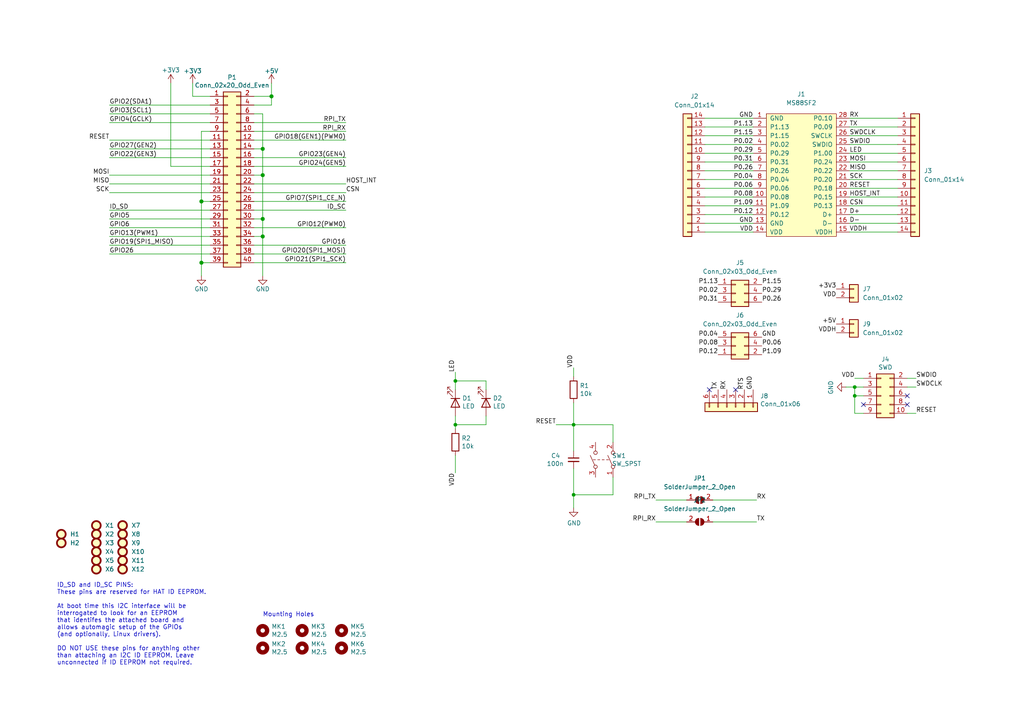
<source format=kicad_sch>
(kicad_sch (version 20211123) (generator eeschema)

  (uuid aa124cd0-7d72-4008-8128-dd3bf7776a6d)

  (paper "A4")

  (lib_symbols
    (symbol "Connector_Generic:Conn_01x02" (pin_names (offset 1.016) hide) (in_bom yes) (on_board yes)
      (property "Reference" "J" (id 0) (at 0 2.54 0)
        (effects (font (size 1.27 1.27)))
      )
      (property "Value" "Conn_01x02" (id 1) (at 0 -5.08 0)
        (effects (font (size 1.27 1.27)))
      )
      (property "Footprint" "" (id 2) (at 0 0 0)
        (effects (font (size 1.27 1.27)) hide)
      )
      (property "Datasheet" "~" (id 3) (at 0 0 0)
        (effects (font (size 1.27 1.27)) hide)
      )
      (property "ki_keywords" "connector" (id 4) (at 0 0 0)
        (effects (font (size 1.27 1.27)) hide)
      )
      (property "ki_description" "Generic connector, single row, 01x02, script generated (kicad-library-utils/schlib/autogen/connector/)" (id 5) (at 0 0 0)
        (effects (font (size 1.27 1.27)) hide)
      )
      (property "ki_fp_filters" "Connector*:*_1x??_*" (id 6) (at 0 0 0)
        (effects (font (size 1.27 1.27)) hide)
      )
      (symbol "Conn_01x02_1_1"
        (rectangle (start -1.27 -2.413) (end 0 -2.667)
          (stroke (width 0.1524) (type default) (color 0 0 0 0))
          (fill (type none))
        )
        (rectangle (start -1.27 0.127) (end 0 -0.127)
          (stroke (width 0.1524) (type default) (color 0 0 0 0))
          (fill (type none))
        )
        (rectangle (start -1.27 1.27) (end 1.27 -3.81)
          (stroke (width 0.254) (type default) (color 0 0 0 0))
          (fill (type background))
        )
        (pin passive line (at -5.08 0 0) (length 3.81)
          (name "Pin_1" (effects (font (size 1.27 1.27))))
          (number "1" (effects (font (size 1.27 1.27))))
        )
        (pin passive line (at -5.08 -2.54 0) (length 3.81)
          (name "Pin_2" (effects (font (size 1.27 1.27))))
          (number "2" (effects (font (size 1.27 1.27))))
        )
      )
    )
    (symbol "Connector_Generic:Conn_01x06" (pin_names (offset 1.016) hide) (in_bom yes) (on_board yes)
      (property "Reference" "J" (id 0) (at 0 7.62 0)
        (effects (font (size 1.27 1.27)))
      )
      (property "Value" "Conn_01x06" (id 1) (at 0 -10.16 0)
        (effects (font (size 1.27 1.27)))
      )
      (property "Footprint" "" (id 2) (at 0 0 0)
        (effects (font (size 1.27 1.27)) hide)
      )
      (property "Datasheet" "~" (id 3) (at 0 0 0)
        (effects (font (size 1.27 1.27)) hide)
      )
      (property "ki_keywords" "connector" (id 4) (at 0 0 0)
        (effects (font (size 1.27 1.27)) hide)
      )
      (property "ki_description" "Generic connector, single row, 01x06, script generated (kicad-library-utils/schlib/autogen/connector/)" (id 5) (at 0 0 0)
        (effects (font (size 1.27 1.27)) hide)
      )
      (property "ki_fp_filters" "Connector*:*_1x??_*" (id 6) (at 0 0 0)
        (effects (font (size 1.27 1.27)) hide)
      )
      (symbol "Conn_01x06_1_1"
        (rectangle (start -1.27 -7.493) (end 0 -7.747)
          (stroke (width 0.1524) (type default) (color 0 0 0 0))
          (fill (type none))
        )
        (rectangle (start -1.27 -4.953) (end 0 -5.207)
          (stroke (width 0.1524) (type default) (color 0 0 0 0))
          (fill (type none))
        )
        (rectangle (start -1.27 -2.413) (end 0 -2.667)
          (stroke (width 0.1524) (type default) (color 0 0 0 0))
          (fill (type none))
        )
        (rectangle (start -1.27 0.127) (end 0 -0.127)
          (stroke (width 0.1524) (type default) (color 0 0 0 0))
          (fill (type none))
        )
        (rectangle (start -1.27 2.667) (end 0 2.413)
          (stroke (width 0.1524) (type default) (color 0 0 0 0))
          (fill (type none))
        )
        (rectangle (start -1.27 5.207) (end 0 4.953)
          (stroke (width 0.1524) (type default) (color 0 0 0 0))
          (fill (type none))
        )
        (rectangle (start -1.27 6.35) (end 1.27 -8.89)
          (stroke (width 0.254) (type default) (color 0 0 0 0))
          (fill (type background))
        )
        (pin passive line (at -5.08 5.08 0) (length 3.81)
          (name "Pin_1" (effects (font (size 1.27 1.27))))
          (number "1" (effects (font (size 1.27 1.27))))
        )
        (pin passive line (at -5.08 2.54 0) (length 3.81)
          (name "Pin_2" (effects (font (size 1.27 1.27))))
          (number "2" (effects (font (size 1.27 1.27))))
        )
        (pin passive line (at -5.08 0 0) (length 3.81)
          (name "Pin_3" (effects (font (size 1.27 1.27))))
          (number "3" (effects (font (size 1.27 1.27))))
        )
        (pin passive line (at -5.08 -2.54 0) (length 3.81)
          (name "Pin_4" (effects (font (size 1.27 1.27))))
          (number "4" (effects (font (size 1.27 1.27))))
        )
        (pin passive line (at -5.08 -5.08 0) (length 3.81)
          (name "Pin_5" (effects (font (size 1.27 1.27))))
          (number "5" (effects (font (size 1.27 1.27))))
        )
        (pin passive line (at -5.08 -7.62 0) (length 3.81)
          (name "Pin_6" (effects (font (size 1.27 1.27))))
          (number "6" (effects (font (size 1.27 1.27))))
        )
      )
    )
    (symbol "Connector_Generic:Conn_01x14" (pin_names (offset 1.016) hide) (in_bom yes) (on_board yes)
      (property "Reference" "J" (id 0) (at 0 17.78 0)
        (effects (font (size 1.27 1.27)))
      )
      (property "Value" "Conn_01x14" (id 1) (at 0 -20.32 0)
        (effects (font (size 1.27 1.27)))
      )
      (property "Footprint" "" (id 2) (at 0 0 0)
        (effects (font (size 1.27 1.27)) hide)
      )
      (property "Datasheet" "~" (id 3) (at 0 0 0)
        (effects (font (size 1.27 1.27)) hide)
      )
      (property "ki_keywords" "connector" (id 4) (at 0 0 0)
        (effects (font (size 1.27 1.27)) hide)
      )
      (property "ki_description" "Generic connector, single row, 01x14, script generated (kicad-library-utils/schlib/autogen/connector/)" (id 5) (at 0 0 0)
        (effects (font (size 1.27 1.27)) hide)
      )
      (property "ki_fp_filters" "Connector*:*_1x??_*" (id 6) (at 0 0 0)
        (effects (font (size 1.27 1.27)) hide)
      )
      (symbol "Conn_01x14_1_1"
        (rectangle (start -1.27 -17.653) (end 0 -17.907)
          (stroke (width 0.1524) (type default) (color 0 0 0 0))
          (fill (type none))
        )
        (rectangle (start -1.27 -15.113) (end 0 -15.367)
          (stroke (width 0.1524) (type default) (color 0 0 0 0))
          (fill (type none))
        )
        (rectangle (start -1.27 -12.573) (end 0 -12.827)
          (stroke (width 0.1524) (type default) (color 0 0 0 0))
          (fill (type none))
        )
        (rectangle (start -1.27 -10.033) (end 0 -10.287)
          (stroke (width 0.1524) (type default) (color 0 0 0 0))
          (fill (type none))
        )
        (rectangle (start -1.27 -7.493) (end 0 -7.747)
          (stroke (width 0.1524) (type default) (color 0 0 0 0))
          (fill (type none))
        )
        (rectangle (start -1.27 -4.953) (end 0 -5.207)
          (stroke (width 0.1524) (type default) (color 0 0 0 0))
          (fill (type none))
        )
        (rectangle (start -1.27 -2.413) (end 0 -2.667)
          (stroke (width 0.1524) (type default) (color 0 0 0 0))
          (fill (type none))
        )
        (rectangle (start -1.27 0.127) (end 0 -0.127)
          (stroke (width 0.1524) (type default) (color 0 0 0 0))
          (fill (type none))
        )
        (rectangle (start -1.27 2.667) (end 0 2.413)
          (stroke (width 0.1524) (type default) (color 0 0 0 0))
          (fill (type none))
        )
        (rectangle (start -1.27 5.207) (end 0 4.953)
          (stroke (width 0.1524) (type default) (color 0 0 0 0))
          (fill (type none))
        )
        (rectangle (start -1.27 7.747) (end 0 7.493)
          (stroke (width 0.1524) (type default) (color 0 0 0 0))
          (fill (type none))
        )
        (rectangle (start -1.27 10.287) (end 0 10.033)
          (stroke (width 0.1524) (type default) (color 0 0 0 0))
          (fill (type none))
        )
        (rectangle (start -1.27 12.827) (end 0 12.573)
          (stroke (width 0.1524) (type default) (color 0 0 0 0))
          (fill (type none))
        )
        (rectangle (start -1.27 15.367) (end 0 15.113)
          (stroke (width 0.1524) (type default) (color 0 0 0 0))
          (fill (type none))
        )
        (rectangle (start -1.27 16.51) (end 1.27 -19.05)
          (stroke (width 0.254) (type default) (color 0 0 0 0))
          (fill (type background))
        )
        (pin passive line (at -5.08 15.24 0) (length 3.81)
          (name "Pin_1" (effects (font (size 1.27 1.27))))
          (number "1" (effects (font (size 1.27 1.27))))
        )
        (pin passive line (at -5.08 -7.62 0) (length 3.81)
          (name "Pin_10" (effects (font (size 1.27 1.27))))
          (number "10" (effects (font (size 1.27 1.27))))
        )
        (pin passive line (at -5.08 -10.16 0) (length 3.81)
          (name "Pin_11" (effects (font (size 1.27 1.27))))
          (number "11" (effects (font (size 1.27 1.27))))
        )
        (pin passive line (at -5.08 -12.7 0) (length 3.81)
          (name "Pin_12" (effects (font (size 1.27 1.27))))
          (number "12" (effects (font (size 1.27 1.27))))
        )
        (pin passive line (at -5.08 -15.24 0) (length 3.81)
          (name "Pin_13" (effects (font (size 1.27 1.27))))
          (number "13" (effects (font (size 1.27 1.27))))
        )
        (pin passive line (at -5.08 -17.78 0) (length 3.81)
          (name "Pin_14" (effects (font (size 1.27 1.27))))
          (number "14" (effects (font (size 1.27 1.27))))
        )
        (pin passive line (at -5.08 12.7 0) (length 3.81)
          (name "Pin_2" (effects (font (size 1.27 1.27))))
          (number "2" (effects (font (size 1.27 1.27))))
        )
        (pin passive line (at -5.08 10.16 0) (length 3.81)
          (name "Pin_3" (effects (font (size 1.27 1.27))))
          (number "3" (effects (font (size 1.27 1.27))))
        )
        (pin passive line (at -5.08 7.62 0) (length 3.81)
          (name "Pin_4" (effects (font (size 1.27 1.27))))
          (number "4" (effects (font (size 1.27 1.27))))
        )
        (pin passive line (at -5.08 5.08 0) (length 3.81)
          (name "Pin_5" (effects (font (size 1.27 1.27))))
          (number "5" (effects (font (size 1.27 1.27))))
        )
        (pin passive line (at -5.08 2.54 0) (length 3.81)
          (name "Pin_6" (effects (font (size 1.27 1.27))))
          (number "6" (effects (font (size 1.27 1.27))))
        )
        (pin passive line (at -5.08 0 0) (length 3.81)
          (name "Pin_7" (effects (font (size 1.27 1.27))))
          (number "7" (effects (font (size 1.27 1.27))))
        )
        (pin passive line (at -5.08 -2.54 0) (length 3.81)
          (name "Pin_8" (effects (font (size 1.27 1.27))))
          (number "8" (effects (font (size 1.27 1.27))))
        )
        (pin passive line (at -5.08 -5.08 0) (length 3.81)
          (name "Pin_9" (effects (font (size 1.27 1.27))))
          (number "9" (effects (font (size 1.27 1.27))))
        )
      )
    )
    (symbol "Connector_Generic:Conn_02x03_Odd_Even" (pin_names (offset 1.016) hide) (in_bom yes) (on_board yes)
      (property "Reference" "J" (id 0) (at 1.27 5.08 0)
        (effects (font (size 1.27 1.27)))
      )
      (property "Value" "Conn_02x03_Odd_Even" (id 1) (at 1.27 -5.08 0)
        (effects (font (size 1.27 1.27)))
      )
      (property "Footprint" "" (id 2) (at 0 0 0)
        (effects (font (size 1.27 1.27)) hide)
      )
      (property "Datasheet" "~" (id 3) (at 0 0 0)
        (effects (font (size 1.27 1.27)) hide)
      )
      (property "ki_keywords" "connector" (id 4) (at 0 0 0)
        (effects (font (size 1.27 1.27)) hide)
      )
      (property "ki_description" "Generic connector, double row, 02x03, odd/even pin numbering scheme (row 1 odd numbers, row 2 even numbers), script generated (kicad-library-utils/schlib/autogen/connector/)" (id 5) (at 0 0 0)
        (effects (font (size 1.27 1.27)) hide)
      )
      (property "ki_fp_filters" "Connector*:*_2x??_*" (id 6) (at 0 0 0)
        (effects (font (size 1.27 1.27)) hide)
      )
      (symbol "Conn_02x03_Odd_Even_1_1"
        (rectangle (start -1.27 -2.413) (end 0 -2.667)
          (stroke (width 0.1524) (type default) (color 0 0 0 0))
          (fill (type none))
        )
        (rectangle (start -1.27 0.127) (end 0 -0.127)
          (stroke (width 0.1524) (type default) (color 0 0 0 0))
          (fill (type none))
        )
        (rectangle (start -1.27 2.667) (end 0 2.413)
          (stroke (width 0.1524) (type default) (color 0 0 0 0))
          (fill (type none))
        )
        (rectangle (start -1.27 3.81) (end 3.81 -3.81)
          (stroke (width 0.254) (type default) (color 0 0 0 0))
          (fill (type background))
        )
        (rectangle (start 3.81 -2.413) (end 2.54 -2.667)
          (stroke (width 0.1524) (type default) (color 0 0 0 0))
          (fill (type none))
        )
        (rectangle (start 3.81 0.127) (end 2.54 -0.127)
          (stroke (width 0.1524) (type default) (color 0 0 0 0))
          (fill (type none))
        )
        (rectangle (start 3.81 2.667) (end 2.54 2.413)
          (stroke (width 0.1524) (type default) (color 0 0 0 0))
          (fill (type none))
        )
        (pin passive line (at -5.08 2.54 0) (length 3.81)
          (name "Pin_1" (effects (font (size 1.27 1.27))))
          (number "1" (effects (font (size 1.27 1.27))))
        )
        (pin passive line (at 7.62 2.54 180) (length 3.81)
          (name "Pin_2" (effects (font (size 1.27 1.27))))
          (number "2" (effects (font (size 1.27 1.27))))
        )
        (pin passive line (at -5.08 0 0) (length 3.81)
          (name "Pin_3" (effects (font (size 1.27 1.27))))
          (number "3" (effects (font (size 1.27 1.27))))
        )
        (pin passive line (at 7.62 0 180) (length 3.81)
          (name "Pin_4" (effects (font (size 1.27 1.27))))
          (number "4" (effects (font (size 1.27 1.27))))
        )
        (pin passive line (at -5.08 -2.54 0) (length 3.81)
          (name "Pin_5" (effects (font (size 1.27 1.27))))
          (number "5" (effects (font (size 1.27 1.27))))
        )
        (pin passive line (at 7.62 -2.54 180) (length 3.81)
          (name "Pin_6" (effects (font (size 1.27 1.27))))
          (number "6" (effects (font (size 1.27 1.27))))
        )
      )
    )
    (symbol "Connector_Generic:Conn_02x05_Odd_Even" (pin_names (offset 1.016) hide) (in_bom yes) (on_board yes)
      (property "Reference" "J" (id 0) (at 1.27 7.62 0)
        (effects (font (size 1.27 1.27)))
      )
      (property "Value" "Conn_02x05_Odd_Even" (id 1) (at 1.27 -7.62 0)
        (effects (font (size 1.27 1.27)))
      )
      (property "Footprint" "" (id 2) (at 0 0 0)
        (effects (font (size 1.27 1.27)) hide)
      )
      (property "Datasheet" "~" (id 3) (at 0 0 0)
        (effects (font (size 1.27 1.27)) hide)
      )
      (property "ki_keywords" "connector" (id 4) (at 0 0 0)
        (effects (font (size 1.27 1.27)) hide)
      )
      (property "ki_description" "Generic connector, double row, 02x05, odd/even pin numbering scheme (row 1 odd numbers, row 2 even numbers), script generated (kicad-library-utils/schlib/autogen/connector/)" (id 5) (at 0 0 0)
        (effects (font (size 1.27 1.27)) hide)
      )
      (property "ki_fp_filters" "Connector*:*_2x??_*" (id 6) (at 0 0 0)
        (effects (font (size 1.27 1.27)) hide)
      )
      (symbol "Conn_02x05_Odd_Even_1_1"
        (rectangle (start -1.27 -4.953) (end 0 -5.207)
          (stroke (width 0.1524) (type default) (color 0 0 0 0))
          (fill (type none))
        )
        (rectangle (start -1.27 -2.413) (end 0 -2.667)
          (stroke (width 0.1524) (type default) (color 0 0 0 0))
          (fill (type none))
        )
        (rectangle (start -1.27 0.127) (end 0 -0.127)
          (stroke (width 0.1524) (type default) (color 0 0 0 0))
          (fill (type none))
        )
        (rectangle (start -1.27 2.667) (end 0 2.413)
          (stroke (width 0.1524) (type default) (color 0 0 0 0))
          (fill (type none))
        )
        (rectangle (start -1.27 5.207) (end 0 4.953)
          (stroke (width 0.1524) (type default) (color 0 0 0 0))
          (fill (type none))
        )
        (rectangle (start -1.27 6.35) (end 3.81 -6.35)
          (stroke (width 0.254) (type default) (color 0 0 0 0))
          (fill (type background))
        )
        (rectangle (start 3.81 -4.953) (end 2.54 -5.207)
          (stroke (width 0.1524) (type default) (color 0 0 0 0))
          (fill (type none))
        )
        (rectangle (start 3.81 -2.413) (end 2.54 -2.667)
          (stroke (width 0.1524) (type default) (color 0 0 0 0))
          (fill (type none))
        )
        (rectangle (start 3.81 0.127) (end 2.54 -0.127)
          (stroke (width 0.1524) (type default) (color 0 0 0 0))
          (fill (type none))
        )
        (rectangle (start 3.81 2.667) (end 2.54 2.413)
          (stroke (width 0.1524) (type default) (color 0 0 0 0))
          (fill (type none))
        )
        (rectangle (start 3.81 5.207) (end 2.54 4.953)
          (stroke (width 0.1524) (type default) (color 0 0 0 0))
          (fill (type none))
        )
        (pin passive line (at -5.08 5.08 0) (length 3.81)
          (name "Pin_1" (effects (font (size 1.27 1.27))))
          (number "1" (effects (font (size 1.27 1.27))))
        )
        (pin passive line (at 7.62 -5.08 180) (length 3.81)
          (name "Pin_10" (effects (font (size 1.27 1.27))))
          (number "10" (effects (font (size 1.27 1.27))))
        )
        (pin passive line (at 7.62 5.08 180) (length 3.81)
          (name "Pin_2" (effects (font (size 1.27 1.27))))
          (number "2" (effects (font (size 1.27 1.27))))
        )
        (pin passive line (at -5.08 2.54 0) (length 3.81)
          (name "Pin_3" (effects (font (size 1.27 1.27))))
          (number "3" (effects (font (size 1.27 1.27))))
        )
        (pin passive line (at 7.62 2.54 180) (length 3.81)
          (name "Pin_4" (effects (font (size 1.27 1.27))))
          (number "4" (effects (font (size 1.27 1.27))))
        )
        (pin passive line (at -5.08 0 0) (length 3.81)
          (name "Pin_5" (effects (font (size 1.27 1.27))))
          (number "5" (effects (font (size 1.27 1.27))))
        )
        (pin passive line (at 7.62 0 180) (length 3.81)
          (name "Pin_6" (effects (font (size 1.27 1.27))))
          (number "6" (effects (font (size 1.27 1.27))))
        )
        (pin passive line (at -5.08 -2.54 0) (length 3.81)
          (name "Pin_7" (effects (font (size 1.27 1.27))))
          (number "7" (effects (font (size 1.27 1.27))))
        )
        (pin passive line (at 7.62 -2.54 180) (length 3.81)
          (name "Pin_8" (effects (font (size 1.27 1.27))))
          (number "8" (effects (font (size 1.27 1.27))))
        )
        (pin passive line (at -5.08 -5.08 0) (length 3.81)
          (name "Pin_9" (effects (font (size 1.27 1.27))))
          (number "9" (effects (font (size 1.27 1.27))))
        )
      )
    )
    (symbol "Connector_Generic:Conn_02x20_Odd_Even" (pin_names (offset 1.016) hide) (in_bom yes) (on_board yes)
      (property "Reference" "J" (id 0) (at 1.27 25.4 0)
        (effects (font (size 1.27 1.27)))
      )
      (property "Value" "Conn_02x20_Odd_Even" (id 1) (at 1.27 -27.94 0)
        (effects (font (size 1.27 1.27)))
      )
      (property "Footprint" "" (id 2) (at 0 0 0)
        (effects (font (size 1.27 1.27)) hide)
      )
      (property "Datasheet" "~" (id 3) (at 0 0 0)
        (effects (font (size 1.27 1.27)) hide)
      )
      (property "ki_keywords" "connector" (id 4) (at 0 0 0)
        (effects (font (size 1.27 1.27)) hide)
      )
      (property "ki_description" "Generic connector, double row, 02x20, odd/even pin numbering scheme (row 1 odd numbers, row 2 even numbers), script generated (kicad-library-utils/schlib/autogen/connector/)" (id 5) (at 0 0 0)
        (effects (font (size 1.27 1.27)) hide)
      )
      (property "ki_fp_filters" "Connector*:*_2x??_*" (id 6) (at 0 0 0)
        (effects (font (size 1.27 1.27)) hide)
      )
      (symbol "Conn_02x20_Odd_Even_1_1"
        (rectangle (start -1.27 -25.273) (end 0 -25.527)
          (stroke (width 0.1524) (type default) (color 0 0 0 0))
          (fill (type none))
        )
        (rectangle (start -1.27 -22.733) (end 0 -22.987)
          (stroke (width 0.1524) (type default) (color 0 0 0 0))
          (fill (type none))
        )
        (rectangle (start -1.27 -20.193) (end 0 -20.447)
          (stroke (width 0.1524) (type default) (color 0 0 0 0))
          (fill (type none))
        )
        (rectangle (start -1.27 -17.653) (end 0 -17.907)
          (stroke (width 0.1524) (type default) (color 0 0 0 0))
          (fill (type none))
        )
        (rectangle (start -1.27 -15.113) (end 0 -15.367)
          (stroke (width 0.1524) (type default) (color 0 0 0 0))
          (fill (type none))
        )
        (rectangle (start -1.27 -12.573) (end 0 -12.827)
          (stroke (width 0.1524) (type default) (color 0 0 0 0))
          (fill (type none))
        )
        (rectangle (start -1.27 -10.033) (end 0 -10.287)
          (stroke (width 0.1524) (type default) (color 0 0 0 0))
          (fill (type none))
        )
        (rectangle (start -1.27 -7.493) (end 0 -7.747)
          (stroke (width 0.1524) (type default) (color 0 0 0 0))
          (fill (type none))
        )
        (rectangle (start -1.27 -4.953) (end 0 -5.207)
          (stroke (width 0.1524) (type default) (color 0 0 0 0))
          (fill (type none))
        )
        (rectangle (start -1.27 -2.413) (end 0 -2.667)
          (stroke (width 0.1524) (type default) (color 0 0 0 0))
          (fill (type none))
        )
        (rectangle (start -1.27 0.127) (end 0 -0.127)
          (stroke (width 0.1524) (type default) (color 0 0 0 0))
          (fill (type none))
        )
        (rectangle (start -1.27 2.667) (end 0 2.413)
          (stroke (width 0.1524) (type default) (color 0 0 0 0))
          (fill (type none))
        )
        (rectangle (start -1.27 5.207) (end 0 4.953)
          (stroke (width 0.1524) (type default) (color 0 0 0 0))
          (fill (type none))
        )
        (rectangle (start -1.27 7.747) (end 0 7.493)
          (stroke (width 0.1524) (type default) (color 0 0 0 0))
          (fill (type none))
        )
        (rectangle (start -1.27 10.287) (end 0 10.033)
          (stroke (width 0.1524) (type default) (color 0 0 0 0))
          (fill (type none))
        )
        (rectangle (start -1.27 12.827) (end 0 12.573)
          (stroke (width 0.1524) (type default) (color 0 0 0 0))
          (fill (type none))
        )
        (rectangle (start -1.27 15.367) (end 0 15.113)
          (stroke (width 0.1524) (type default) (color 0 0 0 0))
          (fill (type none))
        )
        (rectangle (start -1.27 17.907) (end 0 17.653)
          (stroke (width 0.1524) (type default) (color 0 0 0 0))
          (fill (type none))
        )
        (rectangle (start -1.27 20.447) (end 0 20.193)
          (stroke (width 0.1524) (type default) (color 0 0 0 0))
          (fill (type none))
        )
        (rectangle (start -1.27 22.987) (end 0 22.733)
          (stroke (width 0.1524) (type default) (color 0 0 0 0))
          (fill (type none))
        )
        (rectangle (start -1.27 24.13) (end 3.81 -26.67)
          (stroke (width 0.254) (type default) (color 0 0 0 0))
          (fill (type background))
        )
        (rectangle (start 3.81 -25.273) (end 2.54 -25.527)
          (stroke (width 0.1524) (type default) (color 0 0 0 0))
          (fill (type none))
        )
        (rectangle (start 3.81 -22.733) (end 2.54 -22.987)
          (stroke (width 0.1524) (type default) (color 0 0 0 0))
          (fill (type none))
        )
        (rectangle (start 3.81 -20.193) (end 2.54 -20.447)
          (stroke (width 0.1524) (type default) (color 0 0 0 0))
          (fill (type none))
        )
        (rectangle (start 3.81 -17.653) (end 2.54 -17.907)
          (stroke (width 0.1524) (type default) (color 0 0 0 0))
          (fill (type none))
        )
        (rectangle (start 3.81 -15.113) (end 2.54 -15.367)
          (stroke (width 0.1524) (type default) (color 0 0 0 0))
          (fill (type none))
        )
        (rectangle (start 3.81 -12.573) (end 2.54 -12.827)
          (stroke (width 0.1524) (type default) (color 0 0 0 0))
          (fill (type none))
        )
        (rectangle (start 3.81 -10.033) (end 2.54 -10.287)
          (stroke (width 0.1524) (type default) (color 0 0 0 0))
          (fill (type none))
        )
        (rectangle (start 3.81 -7.493) (end 2.54 -7.747)
          (stroke (width 0.1524) (type default) (color 0 0 0 0))
          (fill (type none))
        )
        (rectangle (start 3.81 -4.953) (end 2.54 -5.207)
          (stroke (width 0.1524) (type default) (color 0 0 0 0))
          (fill (type none))
        )
        (rectangle (start 3.81 -2.413) (end 2.54 -2.667)
          (stroke (width 0.1524) (type default) (color 0 0 0 0))
          (fill (type none))
        )
        (rectangle (start 3.81 0.127) (end 2.54 -0.127)
          (stroke (width 0.1524) (type default) (color 0 0 0 0))
          (fill (type none))
        )
        (rectangle (start 3.81 2.667) (end 2.54 2.413)
          (stroke (width 0.1524) (type default) (color 0 0 0 0))
          (fill (type none))
        )
        (rectangle (start 3.81 5.207) (end 2.54 4.953)
          (stroke (width 0.1524) (type default) (color 0 0 0 0))
          (fill (type none))
        )
        (rectangle (start 3.81 7.747) (end 2.54 7.493)
          (stroke (width 0.1524) (type default) (color 0 0 0 0))
          (fill (type none))
        )
        (rectangle (start 3.81 10.287) (end 2.54 10.033)
          (stroke (width 0.1524) (type default) (color 0 0 0 0))
          (fill (type none))
        )
        (rectangle (start 3.81 12.827) (end 2.54 12.573)
          (stroke (width 0.1524) (type default) (color 0 0 0 0))
          (fill (type none))
        )
        (rectangle (start 3.81 15.367) (end 2.54 15.113)
          (stroke (width 0.1524) (type default) (color 0 0 0 0))
          (fill (type none))
        )
        (rectangle (start 3.81 17.907) (end 2.54 17.653)
          (stroke (width 0.1524) (type default) (color 0 0 0 0))
          (fill (type none))
        )
        (rectangle (start 3.81 20.447) (end 2.54 20.193)
          (stroke (width 0.1524) (type default) (color 0 0 0 0))
          (fill (type none))
        )
        (rectangle (start 3.81 22.987) (end 2.54 22.733)
          (stroke (width 0.1524) (type default) (color 0 0 0 0))
          (fill (type none))
        )
        (pin passive line (at -5.08 22.86 0) (length 3.81)
          (name "Pin_1" (effects (font (size 1.27 1.27))))
          (number "1" (effects (font (size 1.27 1.27))))
        )
        (pin passive line (at 7.62 12.7 180) (length 3.81)
          (name "Pin_10" (effects (font (size 1.27 1.27))))
          (number "10" (effects (font (size 1.27 1.27))))
        )
        (pin passive line (at -5.08 10.16 0) (length 3.81)
          (name "Pin_11" (effects (font (size 1.27 1.27))))
          (number "11" (effects (font (size 1.27 1.27))))
        )
        (pin passive line (at 7.62 10.16 180) (length 3.81)
          (name "Pin_12" (effects (font (size 1.27 1.27))))
          (number "12" (effects (font (size 1.27 1.27))))
        )
        (pin passive line (at -5.08 7.62 0) (length 3.81)
          (name "Pin_13" (effects (font (size 1.27 1.27))))
          (number "13" (effects (font (size 1.27 1.27))))
        )
        (pin passive line (at 7.62 7.62 180) (length 3.81)
          (name "Pin_14" (effects (font (size 1.27 1.27))))
          (number "14" (effects (font (size 1.27 1.27))))
        )
        (pin passive line (at -5.08 5.08 0) (length 3.81)
          (name "Pin_15" (effects (font (size 1.27 1.27))))
          (number "15" (effects (font (size 1.27 1.27))))
        )
        (pin passive line (at 7.62 5.08 180) (length 3.81)
          (name "Pin_16" (effects (font (size 1.27 1.27))))
          (number "16" (effects (font (size 1.27 1.27))))
        )
        (pin passive line (at -5.08 2.54 0) (length 3.81)
          (name "Pin_17" (effects (font (size 1.27 1.27))))
          (number "17" (effects (font (size 1.27 1.27))))
        )
        (pin passive line (at 7.62 2.54 180) (length 3.81)
          (name "Pin_18" (effects (font (size 1.27 1.27))))
          (number "18" (effects (font (size 1.27 1.27))))
        )
        (pin passive line (at -5.08 0 0) (length 3.81)
          (name "Pin_19" (effects (font (size 1.27 1.27))))
          (number "19" (effects (font (size 1.27 1.27))))
        )
        (pin passive line (at 7.62 22.86 180) (length 3.81)
          (name "Pin_2" (effects (font (size 1.27 1.27))))
          (number "2" (effects (font (size 1.27 1.27))))
        )
        (pin passive line (at 7.62 0 180) (length 3.81)
          (name "Pin_20" (effects (font (size 1.27 1.27))))
          (number "20" (effects (font (size 1.27 1.27))))
        )
        (pin passive line (at -5.08 -2.54 0) (length 3.81)
          (name "Pin_21" (effects (font (size 1.27 1.27))))
          (number "21" (effects (font (size 1.27 1.27))))
        )
        (pin passive line (at 7.62 -2.54 180) (length 3.81)
          (name "Pin_22" (effects (font (size 1.27 1.27))))
          (number "22" (effects (font (size 1.27 1.27))))
        )
        (pin passive line (at -5.08 -5.08 0) (length 3.81)
          (name "Pin_23" (effects (font (size 1.27 1.27))))
          (number "23" (effects (font (size 1.27 1.27))))
        )
        (pin passive line (at 7.62 -5.08 180) (length 3.81)
          (name "Pin_24" (effects (font (size 1.27 1.27))))
          (number "24" (effects (font (size 1.27 1.27))))
        )
        (pin passive line (at -5.08 -7.62 0) (length 3.81)
          (name "Pin_25" (effects (font (size 1.27 1.27))))
          (number "25" (effects (font (size 1.27 1.27))))
        )
        (pin passive line (at 7.62 -7.62 180) (length 3.81)
          (name "Pin_26" (effects (font (size 1.27 1.27))))
          (number "26" (effects (font (size 1.27 1.27))))
        )
        (pin passive line (at -5.08 -10.16 0) (length 3.81)
          (name "Pin_27" (effects (font (size 1.27 1.27))))
          (number "27" (effects (font (size 1.27 1.27))))
        )
        (pin passive line (at 7.62 -10.16 180) (length 3.81)
          (name "Pin_28" (effects (font (size 1.27 1.27))))
          (number "28" (effects (font (size 1.27 1.27))))
        )
        (pin passive line (at -5.08 -12.7 0) (length 3.81)
          (name "Pin_29" (effects (font (size 1.27 1.27))))
          (number "29" (effects (font (size 1.27 1.27))))
        )
        (pin passive line (at -5.08 20.32 0) (length 3.81)
          (name "Pin_3" (effects (font (size 1.27 1.27))))
          (number "3" (effects (font (size 1.27 1.27))))
        )
        (pin passive line (at 7.62 -12.7 180) (length 3.81)
          (name "Pin_30" (effects (font (size 1.27 1.27))))
          (number "30" (effects (font (size 1.27 1.27))))
        )
        (pin passive line (at -5.08 -15.24 0) (length 3.81)
          (name "Pin_31" (effects (font (size 1.27 1.27))))
          (number "31" (effects (font (size 1.27 1.27))))
        )
        (pin passive line (at 7.62 -15.24 180) (length 3.81)
          (name "Pin_32" (effects (font (size 1.27 1.27))))
          (number "32" (effects (font (size 1.27 1.27))))
        )
        (pin passive line (at -5.08 -17.78 0) (length 3.81)
          (name "Pin_33" (effects (font (size 1.27 1.27))))
          (number "33" (effects (font (size 1.27 1.27))))
        )
        (pin passive line (at 7.62 -17.78 180) (length 3.81)
          (name "Pin_34" (effects (font (size 1.27 1.27))))
          (number "34" (effects (font (size 1.27 1.27))))
        )
        (pin passive line (at -5.08 -20.32 0) (length 3.81)
          (name "Pin_35" (effects (font (size 1.27 1.27))))
          (number "35" (effects (font (size 1.27 1.27))))
        )
        (pin passive line (at 7.62 -20.32 180) (length 3.81)
          (name "Pin_36" (effects (font (size 1.27 1.27))))
          (number "36" (effects (font (size 1.27 1.27))))
        )
        (pin passive line (at -5.08 -22.86 0) (length 3.81)
          (name "Pin_37" (effects (font (size 1.27 1.27))))
          (number "37" (effects (font (size 1.27 1.27))))
        )
        (pin passive line (at 7.62 -22.86 180) (length 3.81)
          (name "Pin_38" (effects (font (size 1.27 1.27))))
          (number "38" (effects (font (size 1.27 1.27))))
        )
        (pin passive line (at -5.08 -25.4 0) (length 3.81)
          (name "Pin_39" (effects (font (size 1.27 1.27))))
          (number "39" (effects (font (size 1.27 1.27))))
        )
        (pin passive line (at 7.62 20.32 180) (length 3.81)
          (name "Pin_4" (effects (font (size 1.27 1.27))))
          (number "4" (effects (font (size 1.27 1.27))))
        )
        (pin passive line (at 7.62 -25.4 180) (length 3.81)
          (name "Pin_40" (effects (font (size 1.27 1.27))))
          (number "40" (effects (font (size 1.27 1.27))))
        )
        (pin passive line (at -5.08 17.78 0) (length 3.81)
          (name "Pin_5" (effects (font (size 1.27 1.27))))
          (number "5" (effects (font (size 1.27 1.27))))
        )
        (pin passive line (at 7.62 17.78 180) (length 3.81)
          (name "Pin_6" (effects (font (size 1.27 1.27))))
          (number "6" (effects (font (size 1.27 1.27))))
        )
        (pin passive line (at -5.08 15.24 0) (length 3.81)
          (name "Pin_7" (effects (font (size 1.27 1.27))))
          (number "7" (effects (font (size 1.27 1.27))))
        )
        (pin passive line (at 7.62 15.24 180) (length 3.81)
          (name "Pin_8" (effects (font (size 1.27 1.27))))
          (number "8" (effects (font (size 1.27 1.27))))
        )
        (pin passive line (at -5.08 12.7 0) (length 3.81)
          (name "Pin_9" (effects (font (size 1.27 1.27))))
          (number "9" (effects (font (size 1.27 1.27))))
        )
      )
    )
    (symbol "Device:C_Small" (pin_numbers hide) (pin_names (offset 0.254) hide) (in_bom yes) (on_board yes)
      (property "Reference" "C" (id 0) (at 0.254 1.778 0)
        (effects (font (size 1.27 1.27)) (justify left))
      )
      (property "Value" "C_Small" (id 1) (at 0.254 -2.032 0)
        (effects (font (size 1.27 1.27)) (justify left))
      )
      (property "Footprint" "" (id 2) (at 0 0 0)
        (effects (font (size 1.27 1.27)) hide)
      )
      (property "Datasheet" "~" (id 3) (at 0 0 0)
        (effects (font (size 1.27 1.27)) hide)
      )
      (property "ki_keywords" "capacitor cap" (id 4) (at 0 0 0)
        (effects (font (size 1.27 1.27)) hide)
      )
      (property "ki_description" "Unpolarized capacitor, small symbol" (id 5) (at 0 0 0)
        (effects (font (size 1.27 1.27)) hide)
      )
      (property "ki_fp_filters" "C_*" (id 6) (at 0 0 0)
        (effects (font (size 1.27 1.27)) hide)
      )
      (symbol "C_Small_0_1"
        (polyline
          (pts
            (xy -1.524 -0.508)
            (xy 1.524 -0.508)
          )
          (stroke (width 0.3302) (type default) (color 0 0 0 0))
          (fill (type none))
        )
        (polyline
          (pts
            (xy -1.524 0.508)
            (xy 1.524 0.508)
          )
          (stroke (width 0.3048) (type default) (color 0 0 0 0))
          (fill (type none))
        )
      )
      (symbol "C_Small_1_1"
        (pin passive line (at 0 2.54 270) (length 2.032)
          (name "~" (effects (font (size 1.27 1.27))))
          (number "1" (effects (font (size 1.27 1.27))))
        )
        (pin passive line (at 0 -2.54 90) (length 2.032)
          (name "~" (effects (font (size 1.27 1.27))))
          (number "2" (effects (font (size 1.27 1.27))))
        )
      )
    )
    (symbol "Device:LED" (pin_numbers hide) (pin_names (offset 1.016) hide) (in_bom yes) (on_board yes)
      (property "Reference" "D" (id 0) (at 0 2.54 0)
        (effects (font (size 1.27 1.27)))
      )
      (property "Value" "LED" (id 1) (at 0 -2.54 0)
        (effects (font (size 1.27 1.27)))
      )
      (property "Footprint" "" (id 2) (at 0 0 0)
        (effects (font (size 1.27 1.27)) hide)
      )
      (property "Datasheet" "~" (id 3) (at 0 0 0)
        (effects (font (size 1.27 1.27)) hide)
      )
      (property "ki_keywords" "LED diode" (id 4) (at 0 0 0)
        (effects (font (size 1.27 1.27)) hide)
      )
      (property "ki_description" "Light emitting diode" (id 5) (at 0 0 0)
        (effects (font (size 1.27 1.27)) hide)
      )
      (property "ki_fp_filters" "LED* LED_SMD:* LED_THT:*" (id 6) (at 0 0 0)
        (effects (font (size 1.27 1.27)) hide)
      )
      (symbol "LED_0_1"
        (polyline
          (pts
            (xy -1.27 -1.27)
            (xy -1.27 1.27)
          )
          (stroke (width 0.254) (type default) (color 0 0 0 0))
          (fill (type none))
        )
        (polyline
          (pts
            (xy -1.27 0)
            (xy 1.27 0)
          )
          (stroke (width 0) (type default) (color 0 0 0 0))
          (fill (type none))
        )
        (polyline
          (pts
            (xy 1.27 -1.27)
            (xy 1.27 1.27)
            (xy -1.27 0)
            (xy 1.27 -1.27)
          )
          (stroke (width 0.254) (type default) (color 0 0 0 0))
          (fill (type none))
        )
        (polyline
          (pts
            (xy -3.048 -0.762)
            (xy -4.572 -2.286)
            (xy -3.81 -2.286)
            (xy -4.572 -2.286)
            (xy -4.572 -1.524)
          )
          (stroke (width 0) (type default) (color 0 0 0 0))
          (fill (type none))
        )
        (polyline
          (pts
            (xy -1.778 -0.762)
            (xy -3.302 -2.286)
            (xy -2.54 -2.286)
            (xy -3.302 -2.286)
            (xy -3.302 -1.524)
          )
          (stroke (width 0) (type default) (color 0 0 0 0))
          (fill (type none))
        )
      )
      (symbol "LED_1_1"
        (pin passive line (at -3.81 0 0) (length 2.54)
          (name "K" (effects (font (size 1.27 1.27))))
          (number "1" (effects (font (size 1.27 1.27))))
        )
        (pin passive line (at 3.81 0 180) (length 2.54)
          (name "A" (effects (font (size 1.27 1.27))))
          (number "2" (effects (font (size 1.27 1.27))))
        )
      )
    )
    (symbol "Device:R" (pin_numbers hide) (pin_names (offset 0)) (in_bom yes) (on_board yes)
      (property "Reference" "R" (id 0) (at 2.032 0 90)
        (effects (font (size 1.27 1.27)))
      )
      (property "Value" "R" (id 1) (at 0 0 90)
        (effects (font (size 1.27 1.27)))
      )
      (property "Footprint" "" (id 2) (at -1.778 0 90)
        (effects (font (size 1.27 1.27)) hide)
      )
      (property "Datasheet" "~" (id 3) (at 0 0 0)
        (effects (font (size 1.27 1.27)) hide)
      )
      (property "ki_keywords" "R res resistor" (id 4) (at 0 0 0)
        (effects (font (size 1.27 1.27)) hide)
      )
      (property "ki_description" "Resistor" (id 5) (at 0 0 0)
        (effects (font (size 1.27 1.27)) hide)
      )
      (property "ki_fp_filters" "R_*" (id 6) (at 0 0 0)
        (effects (font (size 1.27 1.27)) hide)
      )
      (symbol "R_0_1"
        (rectangle (start -1.016 -2.54) (end 1.016 2.54)
          (stroke (width 0.254) (type default) (color 0 0 0 0))
          (fill (type none))
        )
      )
      (symbol "R_1_1"
        (pin passive line (at 0 3.81 270) (length 1.27)
          (name "~" (effects (font (size 1.27 1.27))))
          (number "1" (effects (font (size 1.27 1.27))))
        )
        (pin passive line (at 0 -3.81 90) (length 1.27)
          (name "~" (effects (font (size 1.27 1.27))))
          (number "2" (effects (font (size 1.27 1.27))))
        )
      )
    )
    (symbol "Jumper:SolderJumper_2_Open" (pin_names (offset 0) hide) (in_bom yes) (on_board yes)
      (property "Reference" "JP" (id 0) (at 0 2.032 0)
        (effects (font (size 1.27 1.27)))
      )
      (property "Value" "SolderJumper_2_Open" (id 1) (at 0 -2.54 0)
        (effects (font (size 1.27 1.27)))
      )
      (property "Footprint" "" (id 2) (at 0 0 0)
        (effects (font (size 1.27 1.27)) hide)
      )
      (property "Datasheet" "~" (id 3) (at 0 0 0)
        (effects (font (size 1.27 1.27)) hide)
      )
      (property "ki_keywords" "solder jumper SPST" (id 4) (at 0 0 0)
        (effects (font (size 1.27 1.27)) hide)
      )
      (property "ki_description" "Solder Jumper, 2-pole, open" (id 5) (at 0 0 0)
        (effects (font (size 1.27 1.27)) hide)
      )
      (property "ki_fp_filters" "SolderJumper*Open*" (id 6) (at 0 0 0)
        (effects (font (size 1.27 1.27)) hide)
      )
      (symbol "SolderJumper_2_Open_0_1"
        (arc (start -0.254 1.016) (mid -1.27 0) (end -0.254 -1.016)
          (stroke (width 0) (type default) (color 0 0 0 0))
          (fill (type none))
        )
        (arc (start -0.254 1.016) (mid -1.27 0) (end -0.254 -1.016)
          (stroke (width 0) (type default) (color 0 0 0 0))
          (fill (type outline))
        )
        (polyline
          (pts
            (xy -0.254 1.016)
            (xy -0.254 -1.016)
          )
          (stroke (width 0) (type default) (color 0 0 0 0))
          (fill (type none))
        )
        (polyline
          (pts
            (xy 0.254 1.016)
            (xy 0.254 -1.016)
          )
          (stroke (width 0) (type default) (color 0 0 0 0))
          (fill (type none))
        )
        (arc (start 0.254 -1.016) (mid 1.27 0) (end 0.254 1.016)
          (stroke (width 0) (type default) (color 0 0 0 0))
          (fill (type none))
        )
        (arc (start 0.254 -1.016) (mid 1.27 0) (end 0.254 1.016)
          (stroke (width 0) (type default) (color 0 0 0 0))
          (fill (type outline))
        )
      )
      (symbol "SolderJumper_2_Open_1_1"
        (pin passive line (at -3.81 0 0) (length 2.54)
          (name "A" (effects (font (size 1.27 1.27))))
          (number "1" (effects (font (size 1.27 1.27))))
        )
        (pin passive line (at 3.81 0 180) (length 2.54)
          (name "B" (effects (font (size 1.27 1.27))))
          (number "2" (effects (font (size 1.27 1.27))))
        )
      )
    )
    (symbol "Mechanical:Fiducial" (in_bom yes) (on_board yes)
      (property "Reference" "FID" (id 0) (at 0 5.08 0)
        (effects (font (size 1.27 1.27)))
      )
      (property "Value" "Fiducial" (id 1) (at 0 3.175 0)
        (effects (font (size 1.27 1.27)))
      )
      (property "Footprint" "" (id 2) (at 0 0 0)
        (effects (font (size 1.27 1.27)) hide)
      )
      (property "Datasheet" "~" (id 3) (at 0 0 0)
        (effects (font (size 1.27 1.27)) hide)
      )
      (property "ki_keywords" "fiducial marker" (id 4) (at 0 0 0)
        (effects (font (size 1.27 1.27)) hide)
      )
      (property "ki_description" "Fiducial Marker" (id 5) (at 0 0 0)
        (effects (font (size 1.27 1.27)) hide)
      )
      (property "ki_fp_filters" "Fiducial*" (id 6) (at 0 0 0)
        (effects (font (size 1.27 1.27)) hide)
      )
      (symbol "Fiducial_0_1"
        (circle (center 0 0) (radius 1.27)
          (stroke (width 0.508) (type default) (color 0 0 0 0))
          (fill (type background))
        )
      )
    )
    (symbol "Mechanical:MountingHole" (pin_names (offset 1.016)) (in_bom yes) (on_board yes)
      (property "Reference" "H" (id 0) (at 0 5.08 0)
        (effects (font (size 1.27 1.27)))
      )
      (property "Value" "MountingHole" (id 1) (at 0 3.175 0)
        (effects (font (size 1.27 1.27)))
      )
      (property "Footprint" "" (id 2) (at 0 0 0)
        (effects (font (size 1.27 1.27)) hide)
      )
      (property "Datasheet" "~" (id 3) (at 0 0 0)
        (effects (font (size 1.27 1.27)) hide)
      )
      (property "ki_keywords" "mounting hole" (id 4) (at 0 0 0)
        (effects (font (size 1.27 1.27)) hide)
      )
      (property "ki_description" "Mounting Hole without connection" (id 5) (at 0 0 0)
        (effects (font (size 1.27 1.27)) hide)
      )
      (property "ki_fp_filters" "MountingHole*" (id 6) (at 0 0 0)
        (effects (font (size 1.27 1.27)) hide)
      )
      (symbol "MountingHole_0_1"
        (circle (center 0 0) (radius 1.27)
          (stroke (width 1.27) (type default) (color 0 0 0 0))
          (fill (type none))
        )
      )
    )
    (symbol "Switch:SW_DPST" (pin_names (offset 0) hide) (in_bom yes) (on_board yes)
      (property "Reference" "SW" (id 0) (at 0 5.08 0)
        (effects (font (size 1.27 1.27)))
      )
      (property "Value" "SW_DPST" (id 1) (at 0 -5.08 0)
        (effects (font (size 1.27 1.27)))
      )
      (property "Footprint" "" (id 2) (at 0 0 0)
        (effects (font (size 1.27 1.27)) hide)
      )
      (property "Datasheet" "~" (id 3) (at 0 0 0)
        (effects (font (size 1.27 1.27)) hide)
      )
      (property "ki_keywords" "switch dual double-pole single-throw OFF-ON" (id 4) (at 0 0 0)
        (effects (font (size 1.27 1.27)) hide)
      )
      (property "ki_description" "Double Pole Single Throw (DPST) Switch" (id 5) (at 0 0 0)
        (effects (font (size 1.27 1.27)) hide)
      )
      (symbol "SW_DPST_0_0"
        (circle (center -2.032 -2.54) (radius 0.508)
          (stroke (width 0) (type default) (color 0 0 0 0))
          (fill (type none))
        )
        (circle (center -2.032 2.54) (radius 0.508)
          (stroke (width 0) (type default) (color 0 0 0 0))
          (fill (type none))
        )
        (polyline
          (pts
            (xy -1.524 -2.286)
            (xy 1.27 -1.016)
          )
          (stroke (width 0) (type default) (color 0 0 0 0))
          (fill (type none))
        )
        (polyline
          (pts
            (xy -1.524 2.794)
            (xy 1.27 4.064)
          )
          (stroke (width 0) (type default) (color 0 0 0 0))
          (fill (type none))
        )
        (polyline
          (pts
            (xy 0 -1.27)
            (xy 0 -0.635)
          )
          (stroke (width 0) (type default) (color 0 0 0 0))
          (fill (type none))
        )
        (polyline
          (pts
            (xy 0 0)
            (xy 0 0.635)
          )
          (stroke (width 0) (type default) (color 0 0 0 0))
          (fill (type none))
        )
        (polyline
          (pts
            (xy 0 1.27)
            (xy 0 1.905)
          )
          (stroke (width 0) (type default) (color 0 0 0 0))
          (fill (type none))
        )
        (polyline
          (pts
            (xy 0 2.54)
            (xy 0 3.175)
          )
          (stroke (width 0) (type default) (color 0 0 0 0))
          (fill (type none))
        )
        (circle (center 2.032 -2.54) (radius 0.508)
          (stroke (width 0) (type default) (color 0 0 0 0))
          (fill (type none))
        )
        (circle (center 2.032 2.54) (radius 0.508)
          (stroke (width 0) (type default) (color 0 0 0 0))
          (fill (type none))
        )
      )
      (symbol "SW_DPST_1_1"
        (pin passive line (at -5.08 -2.54 0) (length 2.54)
          (name "1" (effects (font (size 1.27 1.27))))
          (number "1" (effects (font (size 1.27 1.27))))
        )
        (pin passive line (at 5.08 -2.54 180) (length 2.54)
          (name "2" (effects (font (size 1.27 1.27))))
          (number "2" (effects (font (size 1.27 1.27))))
        )
        (pin passive line (at -5.08 2.54 0) (length 2.54)
          (name "3" (effects (font (size 1.27 1.27))))
          (number "3" (effects (font (size 1.27 1.27))))
        )
        (pin passive line (at 5.08 2.54 180) (length 2.54)
          (name "4" (effects (font (size 1.27 1.27))))
          (number "4" (effects (font (size 1.27 1.27))))
        )
      )
    )
    (symbol "ms88sf2pi_hat:MS88SF2" (pin_names (offset 1.016)) (in_bom yes) (on_board yes)
      (property "Reference" "J1" (id 0) (at 0 22.225 0)
        (effects (font (size 1.27 1.27)))
      )
      (property "Value" "MS88SF2" (id 1) (at 0 19.685 0)
        (effects (font (size 1.27 1.27)))
      )
      (property "Footprint" "soburi-footprints:MS88SF2" (id 2) (at -8.89 0 0)
        (effects (font (size 1.27 1.27)) hide)
      )
      (property "Datasheet" "~" (id 3) (at -8.89 0 0)
        (effects (font (size 1.27 1.27)) hide)
      )
      (property "ki_keywords" "connector" (id 4) (at 0 0 0)
        (effects (font (size 1.27 1.27)) hide)
      )
      (property "ki_description" "Generic connector, double row, 02x14, counter clockwise pin numbering scheme (similar to DIP packge numbering), script generated (kicad-library-utils/schlib/autogen/connector/)" (id 5) (at 0 0 0)
        (effects (font (size 1.27 1.27)) hide)
      )
      (property "ki_fp_filters" "Connector*:*_2x??_*" (id 6) (at 0 0 0)
        (effects (font (size 1.27 1.27)) hide)
      )
      (symbol "MS88SF2_0_1"
        (rectangle (start -10.16 16.51) (end 10.16 -19.05)
          (stroke (width 0.1524) (type default) (color 0 0 0 0))
          (fill (type background))
        )
      )
      (symbol "MS88SF2_1_1"
        (pin passive line (at -13.97 15.24 0) (length 3.81)
          (name "GND" (effects (font (size 1.27 1.27))))
          (number "1" (effects (font (size 1.27 1.27))))
        )
        (pin passive line (at -13.97 -7.62 0) (length 3.81)
          (name "P0.08" (effects (font (size 1.27 1.27))))
          (number "10" (effects (font (size 1.27 1.27))))
        )
        (pin passive line (at -13.97 -10.16 0) (length 3.81)
          (name "P1.09" (effects (font (size 1.27 1.27))))
          (number "11" (effects (font (size 1.27 1.27))))
        )
        (pin passive line (at -13.97 -12.7 0) (length 3.81)
          (name "P0.12" (effects (font (size 1.27 1.27))))
          (number "12" (effects (font (size 1.27 1.27))))
        )
        (pin passive line (at -13.97 -15.24 0) (length 3.81)
          (name "GND" (effects (font (size 1.27 1.27))))
          (number "13" (effects (font (size 1.27 1.27))))
        )
        (pin passive line (at -13.97 -17.78 0) (length 3.81)
          (name "VDD" (effects (font (size 1.27 1.27))))
          (number "14" (effects (font (size 1.27 1.27))))
        )
        (pin passive line (at 13.97 -17.78 180) (length 3.81)
          (name "VDDH" (effects (font (size 1.27 1.27))))
          (number "15" (effects (font (size 1.27 1.27))))
        )
        (pin passive line (at 13.97 -15.24 180) (length 3.81)
          (name "D-" (effects (font (size 1.27 1.27))))
          (number "16" (effects (font (size 1.27 1.27))))
        )
        (pin passive line (at 13.97 -12.7 180) (length 3.81)
          (name "D+" (effects (font (size 1.27 1.27))))
          (number "17" (effects (font (size 1.27 1.27))))
        )
        (pin passive line (at 13.97 -10.16 180) (length 3.81)
          (name "P0.13" (effects (font (size 1.27 1.27))))
          (number "18" (effects (font (size 1.27 1.27))))
        )
        (pin passive line (at 13.97 -7.62 180) (length 3.81)
          (name "P0.15" (effects (font (size 1.27 1.27))))
          (number "19" (effects (font (size 1.27 1.27))))
        )
        (pin passive line (at -13.97 12.7 0) (length 3.81)
          (name "P1.13" (effects (font (size 1.27 1.27))))
          (number "2" (effects (font (size 1.27 1.27))))
        )
        (pin passive line (at 13.97 -5.08 180) (length 3.81)
          (name "P0.18" (effects (font (size 1.27 1.27))))
          (number "20" (effects (font (size 1.27 1.27))))
        )
        (pin passive line (at 13.97 -2.54 180) (length 3.81)
          (name "P0.20" (effects (font (size 1.27 1.27))))
          (number "21" (effects (font (size 1.27 1.27))))
        )
        (pin passive line (at 13.97 0 180) (length 3.81)
          (name "P0.22" (effects (font (size 1.27 1.27))))
          (number "22" (effects (font (size 1.27 1.27))))
        )
        (pin passive line (at 13.97 2.54 180) (length 3.81)
          (name "P0.24" (effects (font (size 1.27 1.27))))
          (number "23" (effects (font (size 1.27 1.27))))
        )
        (pin passive line (at 13.97 5.08 180) (length 3.81)
          (name "P1.00" (effects (font (size 1.27 1.27))))
          (number "24" (effects (font (size 1.27 1.27))))
        )
        (pin passive line (at 13.97 7.62 180) (length 3.81)
          (name "SWDIO" (effects (font (size 1.27 1.27))))
          (number "25" (effects (font (size 1.27 1.27))))
        )
        (pin passive line (at 13.97 10.16 180) (length 3.81)
          (name "SWCLK" (effects (font (size 1.27 1.27))))
          (number "26" (effects (font (size 1.27 1.27))))
        )
        (pin passive line (at 13.97 12.7 180) (length 3.81)
          (name "P0.09" (effects (font (size 1.27 1.27))))
          (number "27" (effects (font (size 1.27 1.27))))
        )
        (pin passive line (at 13.97 15.24 180) (length 3.81)
          (name "P0.10" (effects (font (size 1.27 1.27))))
          (number "28" (effects (font (size 1.27 1.27))))
        )
        (pin passive line (at -13.97 10.16 0) (length 3.81)
          (name "P1.15" (effects (font (size 1.27 1.27))))
          (number "3" (effects (font (size 1.27 1.27))))
        )
        (pin passive line (at -13.97 7.62 0) (length 3.81)
          (name "P0.02" (effects (font (size 1.27 1.27))))
          (number "4" (effects (font (size 1.27 1.27))))
        )
        (pin passive line (at -13.97 5.08 0) (length 3.81)
          (name "P0.29" (effects (font (size 1.27 1.27))))
          (number "5" (effects (font (size 1.27 1.27))))
        )
        (pin passive line (at -13.97 2.54 0) (length 3.81)
          (name "P0.31" (effects (font (size 1.27 1.27))))
          (number "6" (effects (font (size 1.27 1.27))))
        )
        (pin passive line (at -13.97 0 0) (length 3.81)
          (name "P0.26" (effects (font (size 1.27 1.27))))
          (number "7" (effects (font (size 1.27 1.27))))
        )
        (pin passive line (at -13.97 -2.54 0) (length 3.81)
          (name "P0.04" (effects (font (size 1.27 1.27))))
          (number "8" (effects (font (size 1.27 1.27))))
        )
        (pin passive line (at -13.97 -5.08 0) (length 3.81)
          (name "P0.06" (effects (font (size 1.27 1.27))))
          (number "9" (effects (font (size 1.27 1.27))))
        )
      )
    )
    (symbol "power:+3.3V" (power) (pin_names (offset 0)) (in_bom yes) (on_board yes)
      (property "Reference" "#PWR" (id 0) (at 0 -3.81 0)
        (effects (font (size 1.27 1.27)) hide)
      )
      (property "Value" "+3.3V" (id 1) (at 0 3.556 0)
        (effects (font (size 1.27 1.27)))
      )
      (property "Footprint" "" (id 2) (at 0 0 0)
        (effects (font (size 1.27 1.27)) hide)
      )
      (property "Datasheet" "" (id 3) (at 0 0 0)
        (effects (font (size 1.27 1.27)) hide)
      )
      (property "ki_keywords" "power-flag" (id 4) (at 0 0 0)
        (effects (font (size 1.27 1.27)) hide)
      )
      (property "ki_description" "Power symbol creates a global label with name \"+3.3V\"" (id 5) (at 0 0 0)
        (effects (font (size 1.27 1.27)) hide)
      )
      (symbol "+3.3V_0_1"
        (polyline
          (pts
            (xy -0.762 1.27)
            (xy 0 2.54)
          )
          (stroke (width 0) (type default) (color 0 0 0 0))
          (fill (type none))
        )
        (polyline
          (pts
            (xy 0 0)
            (xy 0 2.54)
          )
          (stroke (width 0) (type default) (color 0 0 0 0))
          (fill (type none))
        )
        (polyline
          (pts
            (xy 0 2.54)
            (xy 0.762 1.27)
          )
          (stroke (width 0) (type default) (color 0 0 0 0))
          (fill (type none))
        )
      )
      (symbol "+3.3V_1_1"
        (pin power_in line (at 0 0 90) (length 0) hide
          (name "+3V3" (effects (font (size 1.27 1.27))))
          (number "1" (effects (font (size 1.27 1.27))))
        )
      )
    )
    (symbol "power:+3V3" (power) (pin_names (offset 0)) (in_bom yes) (on_board yes)
      (property "Reference" "#PWR" (id 0) (at 0 -3.81 0)
        (effects (font (size 1.27 1.27)) hide)
      )
      (property "Value" "+3V3" (id 1) (at 0 3.556 0)
        (effects (font (size 1.27 1.27)))
      )
      (property "Footprint" "" (id 2) (at 0 0 0)
        (effects (font (size 1.27 1.27)) hide)
      )
      (property "Datasheet" "" (id 3) (at 0 0 0)
        (effects (font (size 1.27 1.27)) hide)
      )
      (property "ki_keywords" "power-flag" (id 4) (at 0 0 0)
        (effects (font (size 1.27 1.27)) hide)
      )
      (property "ki_description" "Power symbol creates a global label with name \"+3V3\"" (id 5) (at 0 0 0)
        (effects (font (size 1.27 1.27)) hide)
      )
      (symbol "+3V3_0_1"
        (polyline
          (pts
            (xy -0.762 1.27)
            (xy 0 2.54)
          )
          (stroke (width 0) (type default) (color 0 0 0 0))
          (fill (type none))
        )
        (polyline
          (pts
            (xy 0 0)
            (xy 0 2.54)
          )
          (stroke (width 0) (type default) (color 0 0 0 0))
          (fill (type none))
        )
        (polyline
          (pts
            (xy 0 2.54)
            (xy 0.762 1.27)
          )
          (stroke (width 0) (type default) (color 0 0 0 0))
          (fill (type none))
        )
      )
      (symbol "+3V3_1_1"
        (pin power_in line (at 0 0 90) (length 0) hide
          (name "+3V3" (effects (font (size 1.27 1.27))))
          (number "1" (effects (font (size 1.27 1.27))))
        )
      )
    )
    (symbol "power:+5V" (power) (pin_names (offset 0)) (in_bom yes) (on_board yes)
      (property "Reference" "#PWR" (id 0) (at 0 -3.81 0)
        (effects (font (size 1.27 1.27)) hide)
      )
      (property "Value" "+5V" (id 1) (at 0 3.556 0)
        (effects (font (size 1.27 1.27)))
      )
      (property "Footprint" "" (id 2) (at 0 0 0)
        (effects (font (size 1.27 1.27)) hide)
      )
      (property "Datasheet" "" (id 3) (at 0 0 0)
        (effects (font (size 1.27 1.27)) hide)
      )
      (property "ki_keywords" "power-flag" (id 4) (at 0 0 0)
        (effects (font (size 1.27 1.27)) hide)
      )
      (property "ki_description" "Power symbol creates a global label with name \"+5V\"" (id 5) (at 0 0 0)
        (effects (font (size 1.27 1.27)) hide)
      )
      (symbol "+5V_0_1"
        (polyline
          (pts
            (xy -0.762 1.27)
            (xy 0 2.54)
          )
          (stroke (width 0) (type default) (color 0 0 0 0))
          (fill (type none))
        )
        (polyline
          (pts
            (xy 0 0)
            (xy 0 2.54)
          )
          (stroke (width 0) (type default) (color 0 0 0 0))
          (fill (type none))
        )
        (polyline
          (pts
            (xy 0 2.54)
            (xy 0.762 1.27)
          )
          (stroke (width 0) (type default) (color 0 0 0 0))
          (fill (type none))
        )
      )
      (symbol "+5V_1_1"
        (pin power_in line (at 0 0 90) (length 0) hide
          (name "+5V" (effects (font (size 1.27 1.27))))
          (number "1" (effects (font (size 1.27 1.27))))
        )
      )
    )
    (symbol "power:GND" (power) (pin_names (offset 0)) (in_bom yes) (on_board yes)
      (property "Reference" "#PWR" (id 0) (at 0 -6.35 0)
        (effects (font (size 1.27 1.27)) hide)
      )
      (property "Value" "GND" (id 1) (at 0 -3.81 0)
        (effects (font (size 1.27 1.27)))
      )
      (property "Footprint" "" (id 2) (at 0 0 0)
        (effects (font (size 1.27 1.27)) hide)
      )
      (property "Datasheet" "" (id 3) (at 0 0 0)
        (effects (font (size 1.27 1.27)) hide)
      )
      (property "ki_keywords" "power-flag" (id 4) (at 0 0 0)
        (effects (font (size 1.27 1.27)) hide)
      )
      (property "ki_description" "Power symbol creates a global label with name \"GND\" , ground" (id 5) (at 0 0 0)
        (effects (font (size 1.27 1.27)) hide)
      )
      (symbol "GND_0_1"
        (polyline
          (pts
            (xy 0 0)
            (xy 0 -1.27)
            (xy 1.27 -1.27)
            (xy 0 -2.54)
            (xy -1.27 -1.27)
            (xy 0 -1.27)
          )
          (stroke (width 0) (type default) (color 0 0 0 0))
          (fill (type none))
        )
      )
      (symbol "GND_1_1"
        (pin power_in line (at 0 0 270) (length 0) hide
          (name "GND" (effects (font (size 1.27 1.27))))
          (number "1" (effects (font (size 1.27 1.27))))
        )
      )
    )
  )

  (junction (at 76.2 43.18) (diameter 1.016) (color 0 0 0 0)
    (uuid 0ce8d3ab-2662-4158-8a2a-18b782908fc5)
  )
  (junction (at 58.42 58.42) (diameter 1.016) (color 0 0 0 0)
    (uuid 0e8f7fc0-2ef2-4b90-9c15-8a3a601ee459)
  )
  (junction (at 76.2 50.8) (diameter 1.016) (color 0 0 0 0)
    (uuid 29195ea4-8218-44a1-b4bf-466bee0082e4)
  )
  (junction (at 247.904 112.268) (diameter 0.9144) (color 0 0 0 0)
    (uuid 309b3bff-19c8-41ec-a84d-63399c649f46)
  )
  (junction (at 247.904 114.808) (diameter 0.9144) (color 0 0 0 0)
    (uuid 8c0807a7-765b-4fa5-baaa-e09a2b610e6b)
  )
  (junction (at 58.42 76.2) (diameter 1.016) (color 0 0 0 0)
    (uuid b0906e10-2fbc-4309-a8b4-6fc4cd1a5490)
  )
  (junction (at 166.37 143.51) (diameter 0.9144) (color 0 0 0 0)
    (uuid bd9595a1-04f3-4fda-8f1b-e65ad874edd3)
  )
  (junction (at 166.37 123.19) (diameter 0.9144) (color 0 0 0 0)
    (uuid be645d0f-8568-47a0-a152-e3ddd33563eb)
  )
  (junction (at 132.08 110.49) (diameter 0.9144) (color 0 0 0 0)
    (uuid c9667181-b3c7-4b01-b8b4-baa29a9aea63)
  )
  (junction (at 76.2 68.58) (diameter 1.016) (color 0 0 0 0)
    (uuid cff34251-839c-4da9-a0ad-85d0fc4e32af)
  )
  (junction (at 76.2 63.5) (diameter 1.016) (color 0 0 0 0)
    (uuid d0fb0864-e79b-4bdc-8e8e-eed0cabe6d56)
  )
  (junction (at 78.74 27.94) (diameter 1.016) (color 0 0 0 0)
    (uuid d5b800ca-1ab6-4b66-b5f7-2dda5658b504)
  )
  (junction (at 132.08 123.19) (diameter 0.9144) (color 0 0 0 0)
    (uuid ebd06df3-d52b-4cff-99a2-a771df6d3733)
  )

  (no_connect (at 263.144 117.348) (uuid 49a74c0f-3876-42be-8bf2-190cdf9058ad))
  (no_connect (at 263.144 114.808) (uuid 72fba946-6f40-4af0-ac2f-d12f5c1e2547))
  (no_connect (at 250.444 117.348) (uuid a5b429d9-3993-4ec9-b592-c3ba115f643d))
  (no_connect (at 213.36 113.03) (uuid a74b7e8f-a18b-43db-8baa-b3ae1d529681))
  (no_connect (at 205.74 113.03) (uuid eee4516c-d5f6-4319-aa59-ec8104057612))

  (wire (pts (xy 263.144 109.728) (xy 265.684 109.728))
    (stroke (width 0) (type solid) (color 0 0 0 0))
    (uuid 031cfb50-5e62-4114-b85e-c28084d8fbbe)
  )
  (wire (pts (xy 55.88 27.94) (xy 60.96 27.94))
    (stroke (width 0) (type solid) (color 0 0 0 0))
    (uuid 0cc9255d-c831-4d62-ac1a-4fa9fe449d56)
  )
  (wire (pts (xy 246.38 59.69) (xy 260.35 59.69))
    (stroke (width 0) (type solid) (color 0 0 0 0))
    (uuid 0ce6da4d-0551-4ed9-930c-a70ae6c5a280)
  )
  (wire (pts (xy 246.38 57.15) (xy 260.35 57.15))
    (stroke (width 0) (type solid) (color 0 0 0 0))
    (uuid 0db709f3-0b13-4132-bce8-96f7bc114f62)
  )
  (wire (pts (xy 73.66 71.12) (xy 100.33 71.12))
    (stroke (width 0) (type solid) (color 0 0 0 0))
    (uuid 11a31309-9db5-4a72-b1fa-4a6460640dd2)
  )
  (wire (pts (xy 190.246 151.384) (xy 199.136 151.384))
    (stroke (width 0) (type solid) (color 0 0 0 0))
    (uuid 11ac4ae9-cd12-479d-8a55-051ddc9959e0)
  )
  (wire (pts (xy 78.74 27.94) (xy 78.74 30.48))
    (stroke (width 0) (type solid) (color 0 0 0 0))
    (uuid 139706b3-6b1b-481c-9e5b-0a36eebd4638)
  )
  (wire (pts (xy 166.37 123.19) (xy 161.29 123.19))
    (stroke (width 0) (type solid) (color 0 0 0 0))
    (uuid 189c696e-8b49-479c-9e20-123de98de85d)
  )
  (wire (pts (xy 76.2 43.18) (xy 76.2 50.8))
    (stroke (width 0) (type solid) (color 0 0 0 0))
    (uuid 23341db3-04b3-4f95-961c-afb905f7fdf5)
  )
  (wire (pts (xy 73.66 35.56) (xy 100.33 35.56))
    (stroke (width 0) (type solid) (color 0 0 0 0))
    (uuid 26cf68b6-1950-4dac-8733-1125b73cc3a0)
  )
  (wire (pts (xy 247.904 119.888) (xy 247.904 114.808))
    (stroke (width 0) (type solid) (color 0 0 0 0))
    (uuid 275d580c-33fa-46a6-8a19-d7ac49cffc8d)
  )
  (wire (pts (xy 263.144 119.888) (xy 265.684 119.888))
    (stroke (width 0) (type solid) (color 0 0 0 0))
    (uuid 28297663-cc7f-484d-846d-98a2f081a6a9)
  )
  (wire (pts (xy 246.38 41.91) (xy 260.35 41.91))
    (stroke (width 0) (type solid) (color 0 0 0 0))
    (uuid 2a4f0a7c-53b4-4c47-aece-307c76a8f98c)
  )
  (wire (pts (xy 246.38 34.29) (xy 260.35 34.29))
    (stroke (width 0) (type solid) (color 0 0 0 0))
    (uuid 32bb14aa-f974-4cc2-9fff-f4897999ae2b)
  )
  (wire (pts (xy 166.37 143.51) (xy 166.37 147.32))
    (stroke (width 0) (type solid) (color 0 0 0 0))
    (uuid 32e5acf1-47ff-46b5-b91d-d58c6d9d8bb4)
  )
  (wire (pts (xy 204.47 39.37) (xy 218.44 39.37))
    (stroke (width 0) (type solid) (color 0 0 0 0))
    (uuid 3304210e-6ff4-44cd-b9b4-3db7fecff72e)
  )
  (wire (pts (xy 166.37 135.89) (xy 166.37 143.51))
    (stroke (width 0) (type solid) (color 0 0 0 0))
    (uuid 3388ce88-c589-4c36-bd7a-6471b6ad4416)
  )
  (wire (pts (xy 206.756 151.384) (xy 219.456 151.384))
    (stroke (width 0) (type solid) (color 0 0 0 0))
    (uuid 36627548-f4d3-43bf-a091-2f7806618ea9)
  )
  (wire (pts (xy 76.2 33.02) (xy 73.66 33.02))
    (stroke (width 0) (type solid) (color 0 0 0 0))
    (uuid 3ca1dc48-be67-4af7-b0bc-e9e14080a414)
  )
  (wire (pts (xy 73.66 66.04) (xy 100.33 66.04))
    (stroke (width 0) (type solid) (color 0 0 0 0))
    (uuid 3d4e2a81-b092-4384-8945-4f0261b12e7f)
  )
  (wire (pts (xy 31.75 53.34) (xy 60.96 53.34))
    (stroke (width 0) (type solid) (color 0 0 0 0))
    (uuid 3e55eb01-6998-4a7a-bca7-39ec6597e940)
  )
  (wire (pts (xy 246.38 67.31) (xy 260.35 67.31))
    (stroke (width 0) (type solid) (color 0 0 0 0))
    (uuid 40a2659a-443f-402d-a71c-e6872162e3e6)
  )
  (wire (pts (xy 60.96 60.96) (xy 31.75 60.96))
    (stroke (width 0) (type solid) (color 0 0 0 0))
    (uuid 45b7fbcb-9100-4d22-9148-fd1a4d18638c)
  )
  (wire (pts (xy 263.144 112.268) (xy 265.684 112.268))
    (stroke (width 0) (type solid) (color 0 0 0 0))
    (uuid 4787ed9e-60ab-4654-8f6f-06cc1d89564b)
  )
  (wire (pts (xy 204.47 62.23) (xy 218.44 62.23))
    (stroke (width 0) (type solid) (color 0 0 0 0))
    (uuid 48624fc7-2f6a-4bbf-91e4-5989c8c3a31b)
  )
  (wire (pts (xy 76.2 43.18) (xy 73.66 43.18))
    (stroke (width 0) (type solid) (color 0 0 0 0))
    (uuid 4894ab9f-9341-4e79-8cf5-dc44275ebfbe)
  )
  (wire (pts (xy 49.53 24.13) (xy 49.53 48.26))
    (stroke (width 0) (type solid) (color 0 0 0 0))
    (uuid 4d3b2039-0b3c-4d90-aea3-8898ccb88614)
  )
  (wire (pts (xy 31.75 63.5) (xy 60.96 63.5))
    (stroke (width 0) (type solid) (color 0 0 0 0))
    (uuid 4e3caed2-e2c1-4f46-80d2-d6d8ef6db168)
  )
  (wire (pts (xy 246.38 39.37) (xy 260.35 39.37))
    (stroke (width 0) (type solid) (color 0 0 0 0))
    (uuid 52d24224-a9ba-4161-b9c5-4f61f74f8312)
  )
  (wire (pts (xy 58.42 38.1) (xy 60.96 38.1))
    (stroke (width 0) (type solid) (color 0 0 0 0))
    (uuid 551d4491-6363-4979-b643-161d25dd9fc6)
  )
  (wire (pts (xy 246.38 36.83) (xy 260.35 36.83))
    (stroke (width 0) (type solid) (color 0 0 0 0))
    (uuid 563ce79b-cf4a-4880-9541-06e8aac23aa2)
  )
  (wire (pts (xy 76.2 50.8) (xy 73.66 50.8))
    (stroke (width 0) (type solid) (color 0 0 0 0))
    (uuid 5761e7d8-958d-4706-839c-7d949202759a)
  )
  (wire (pts (xy 60.96 30.48) (xy 31.75 30.48))
    (stroke (width 0) (type solid) (color 0 0 0 0))
    (uuid 5a937e36-21ab-4a20-becf-4c1db11decf0)
  )
  (wire (pts (xy 73.66 76.2) (xy 100.33 76.2))
    (stroke (width 0) (type solid) (color 0 0 0 0))
    (uuid 5b5ced6b-4a3b-458f-a3f8-7e68b9f3230c)
  )
  (wire (pts (xy 31.75 71.12) (xy 60.96 71.12))
    (stroke (width 0) (type solid) (color 0 0 0 0))
    (uuid 62966e6e-cc26-42e5-9093-3c28f56287fb)
  )
  (wire (pts (xy 204.47 67.31) (xy 218.44 67.31))
    (stroke (width 0) (type solid) (color 0 0 0 0))
    (uuid 636a35b0-e4d6-4f17-bf47-ee35c61fa60b)
  )
  (wire (pts (xy 31.75 45.72) (xy 60.96 45.72))
    (stroke (width 0) (type solid) (color 0 0 0 0))
    (uuid 649b85bd-461d-4d20-914c-9863fd6351ea)
  )
  (wire (pts (xy 204.47 44.45) (xy 218.44 44.45))
    (stroke (width 0) (type solid) (color 0 0 0 0))
    (uuid 6b00a131-6349-4797-b170-45a200cd62f5)
  )
  (wire (pts (xy 73.66 58.42) (xy 100.33 58.42))
    (stroke (width 0) (type solid) (color 0 0 0 0))
    (uuid 6c863720-71ff-4373-a561-bc5c50936322)
  )
  (wire (pts (xy 31.75 73.66) (xy 60.96 73.66))
    (stroke (width 0) (type solid) (color 0 0 0 0))
    (uuid 6cab10ea-78e3-4cb0-be9a-a03513db9c7c)
  )
  (wire (pts (xy 166.37 123.19) (xy 166.37 130.81))
    (stroke (width 0) (type solid) (color 0 0 0 0))
    (uuid 6f34c049-837f-400f-8eac-370ed63b813f)
  )
  (wire (pts (xy 250.444 109.728) (xy 247.904 109.728))
    (stroke (width 0) (type solid) (color 0 0 0 0))
    (uuid 72891258-3b22-4e96-9b35-4925b9e7b5d4)
  )
  (wire (pts (xy 246.38 49.53) (xy 260.35 49.53))
    (stroke (width 0) (type solid) (color 0 0 0 0))
    (uuid 72b0e413-1a41-47e8-894f-3f97b094bbc4)
  )
  (wire (pts (xy 204.47 57.15) (xy 218.44 57.15))
    (stroke (width 0) (type solid) (color 0 0 0 0))
    (uuid 748db449-b97e-4306-b5f2-c6bddcee6770)
  )
  (wire (pts (xy 204.47 54.61) (xy 218.44 54.61))
    (stroke (width 0) (type solid) (color 0 0 0 0))
    (uuid 79003e47-4ab4-498a-95c0-13a127bb5f58)
  )
  (wire (pts (xy 73.66 48.26) (xy 100.33 48.26))
    (stroke (width 0) (type solid) (color 0 0 0 0))
    (uuid 7a1553ce-5e87-4bf4-bb96-e12216e109b0)
  )
  (wire (pts (xy 49.53 48.26) (xy 60.96 48.26))
    (stroke (width 0) (type solid) (color 0 0 0 0))
    (uuid 7b1df612-a3f1-47ea-8764-b235a536ca35)
  )
  (wire (pts (xy 60.96 50.8) (xy 31.75 50.8))
    (stroke (width 0) (type solid) (color 0 0 0 0))
    (uuid 7e32f888-5af9-4450-bd88-a4180a36e7c1)
  )
  (wire (pts (xy 31.75 33.02) (xy 60.96 33.02))
    (stroke (width 0) (type solid) (color 0 0 0 0))
    (uuid 7eb7e1e8-9c37-4468-bfd8-30d16c9b3228)
  )
  (wire (pts (xy 250.444 119.888) (xy 247.904 119.888))
    (stroke (width 0) (type solid) (color 0 0 0 0))
    (uuid 7f6c6d85-38a8-43f3-a2b2-34fb40a1b4ad)
  )
  (wire (pts (xy 76.2 63.5) (xy 76.2 68.58))
    (stroke (width 0) (type solid) (color 0 0 0 0))
    (uuid 7fb220a5-0bbe-426c-b803-abcd54a2a28e)
  )
  (wire (pts (xy 250.444 114.808) (xy 247.904 114.808))
    (stroke (width 0) (type solid) (color 0 0 0 0))
    (uuid 809ca023-cbf1-4c14-98b7-e17f1397f61a)
  )
  (wire (pts (xy 58.42 58.42) (xy 58.42 76.2))
    (stroke (width 0) (type solid) (color 0 0 0 0))
    (uuid 81433866-b60c-424d-950e-441562415a2b)
  )
  (wire (pts (xy 78.74 27.94) (xy 73.66 27.94))
    (stroke (width 0) (type solid) (color 0 0 0 0))
    (uuid 852a9042-38a6-40e9-81ea-6569141a46c5)
  )
  (wire (pts (xy 132.08 110.49) (xy 132.08 107.95))
    (stroke (width 0) (type solid) (color 0 0 0 0))
    (uuid 8841889a-50d2-4dc2-9dba-f0a1610a6d64)
  )
  (wire (pts (xy 132.08 113.03) (xy 132.08 110.49))
    (stroke (width 0) (type solid) (color 0 0 0 0))
    (uuid 8841889a-50d2-4dc2-9dba-f0a1610a6d65)
  )
  (wire (pts (xy 247.904 112.268) (xy 247.904 114.808))
    (stroke (width 0) (type solid) (color 0 0 0 0))
    (uuid 88d69ee6-954c-4030-bc49-2d1feb3549db)
  )
  (wire (pts (xy 78.74 30.48) (xy 73.66 30.48))
    (stroke (width 0) (type solid) (color 0 0 0 0))
    (uuid 8b39eb6e-54a4-4b14-9fa0-61bf28fe605c)
  )
  (wire (pts (xy 246.38 44.45) (xy 260.35 44.45))
    (stroke (width 0) (type solid) (color 0 0 0 0))
    (uuid 8c51e9d4-df63-4743-ba36-47ab28fd2e8f)
  )
  (wire (pts (xy 166.37 143.51) (xy 177.8 143.51))
    (stroke (width 0) (type solid) (color 0 0 0 0))
    (uuid 8d74ff5e-a827-4d36-923c-00f41cd68929)
  )
  (wire (pts (xy 58.42 76.2) (xy 60.96 76.2))
    (stroke (width 0) (type solid) (color 0 0 0 0))
    (uuid 8eeb3a98-9e16-4905-b9f7-09771cf3476b)
  )
  (wire (pts (xy 204.47 34.29) (xy 218.44 34.29))
    (stroke (width 0) (type solid) (color 0 0 0 0))
    (uuid 9282ff40-474a-4fac-8f23-68ef1c2bb987)
  )
  (wire (pts (xy 204.47 36.83) (xy 218.44 36.83))
    (stroke (width 0) (type solid) (color 0 0 0 0))
    (uuid 938a842e-02b6-4305-b488-c04b1bf28c11)
  )
  (wire (pts (xy 58.42 38.1) (xy 58.42 58.42))
    (stroke (width 0) (type solid) (color 0 0 0 0))
    (uuid 9432dd00-ef5f-43ff-bd02-cd3de51abb97)
  )
  (wire (pts (xy 206.756 145.034) (xy 219.456 145.034))
    (stroke (width 0) (type solid) (color 0 0 0 0))
    (uuid 946880c2-e7ec-4394-8043-f31e2ed895bd)
  )
  (wire (pts (xy 204.47 52.07) (xy 218.44 52.07))
    (stroke (width 0) (type solid) (color 0 0 0 0))
    (uuid 9666ebaa-e9d5-4fba-b7ac-a34ba6d50296)
  )
  (wire (pts (xy 73.66 53.34) (xy 100.33 53.34))
    (stroke (width 0) (type solid) (color 0 0 0 0))
    (uuid 971c6844-9c9e-4f0e-aabb-dcdc5c9a8240)
  )
  (wire (pts (xy 166.37 109.22) (xy 166.37 106.68))
    (stroke (width 0) (type solid) (color 0 0 0 0))
    (uuid 9b5e8c29-c5a9-4871-81d4-37e843de2233)
  )
  (wire (pts (xy 177.8 138.43) (xy 177.8 143.51))
    (stroke (width 0) (type solid) (color 0 0 0 0))
    (uuid 9b8749db-0745-4aac-bf00-585d07b26f7b)
  )
  (wire (pts (xy 246.38 52.07) (xy 260.35 52.07))
    (stroke (width 0) (type solid) (color 0 0 0 0))
    (uuid a042bd45-db9d-403d-90be-5c79e9afb66c)
  )
  (wire (pts (xy 204.47 59.69) (xy 218.44 59.69))
    (stroke (width 0) (type solid) (color 0 0 0 0))
    (uuid a1f7ec58-7c89-4d81-aff5-957aadc33800)
  )
  (wire (pts (xy 250.444 112.268) (xy 247.904 112.268))
    (stroke (width 0) (type solid) (color 0 0 0 0))
    (uuid a2531ce3-bdb4-4885-8152-4a36d7b69d9a)
  )
  (wire (pts (xy 76.2 33.02) (xy 76.2 43.18))
    (stroke (width 0) (type solid) (color 0 0 0 0))
    (uuid a57b00e3-9c90-46ab-8e7d-376c93ee75e2)
  )
  (wire (pts (xy 76.2 63.5) (xy 73.66 63.5))
    (stroke (width 0) (type solid) (color 0 0 0 0))
    (uuid a8cb3cf0-c952-40a8-bded-4535bfa6bcff)
  )
  (wire (pts (xy 166.37 116.84) (xy 166.37 123.19))
    (stroke (width 0) (type solid) (color 0 0 0 0))
    (uuid ab391d52-9e10-445b-ad73-8ab7f29f0374)
  )
  (wire (pts (xy 76.2 68.58) (xy 76.2 80.01))
    (stroke (width 0) (type solid) (color 0 0 0 0))
    (uuid ad59c1e1-1aff-45e0-8f61-fe5ec56d4d58)
  )
  (wire (pts (xy 31.75 55.88) (xy 60.96 55.88))
    (stroke (width 0) (type solid) (color 0 0 0 0))
    (uuid ae9e7b97-2d17-4874-a09e-565eac0d8223)
  )
  (wire (pts (xy 76.2 68.58) (xy 73.66 68.58))
    (stroke (width 0) (type solid) (color 0 0 0 0))
    (uuid af76eb15-4d05-4b33-84d5-6f287aa2267a)
  )
  (wire (pts (xy 177.8 123.19) (xy 177.8 128.27))
    (stroke (width 0) (type solid) (color 0 0 0 0))
    (uuid af8d777b-8812-4e10-9774-8febb0b4a058)
  )
  (wire (pts (xy 31.75 66.04) (xy 60.96 66.04))
    (stroke (width 0) (type solid) (color 0 0 0 0))
    (uuid b00a9d06-83f8-4688-8eef-37a1dea32295)
  )
  (wire (pts (xy 31.75 35.56) (xy 60.96 35.56))
    (stroke (width 0) (type solid) (color 0 0 0 0))
    (uuid b150517a-5bee-4778-98c1-e6d339d67e4e)
  )
  (wire (pts (xy 204.47 64.77) (xy 218.44 64.77))
    (stroke (width 0) (type solid) (color 0 0 0 0))
    (uuid b7013da4-17da-4bde-97bb-eee2b1e97bfc)
  )
  (wire (pts (xy 31.75 43.18) (xy 60.96 43.18))
    (stroke (width 0) (type solid) (color 0 0 0 0))
    (uuid baf863cc-b0ce-4eee-ad27-3d16286c6c59)
  )
  (wire (pts (xy 58.42 76.2) (xy 58.42 80.01))
    (stroke (width 0) (type solid) (color 0 0 0 0))
    (uuid bbbc3216-d265-4550-9a2c-b28a86bcf3d3)
  )
  (wire (pts (xy 132.08 110.49) (xy 140.97 110.49))
    (stroke (width 0) (type solid) (color 0 0 0 0))
    (uuid bbfc8a44-b9ca-4519-a2c0-075e3a274294)
  )
  (wire (pts (xy 140.97 110.49) (xy 140.97 113.03))
    (stroke (width 0) (type solid) (color 0 0 0 0))
    (uuid bbfc8a44-b9ca-4519-a2c0-075e3a274295)
  )
  (wire (pts (xy 76.2 50.8) (xy 76.2 63.5))
    (stroke (width 0) (type solid) (color 0 0 0 0))
    (uuid bd315952-d35e-4113-9d9a-44f37512c1b1)
  )
  (wire (pts (xy 246.38 62.23) (xy 260.35 62.23))
    (stroke (width 0) (type solid) (color 0 0 0 0))
    (uuid bd6d3487-8b09-4579-92be-4ca5ba82d405)
  )
  (wire (pts (xy 132.08 132.08) (xy 132.08 137.16))
    (stroke (width 0) (type solid) (color 0 0 0 0))
    (uuid bda4abb1-de73-489c-b07c-b2db2e4ed558)
  )
  (wire (pts (xy 246.38 46.99) (xy 260.35 46.99))
    (stroke (width 0) (type solid) (color 0 0 0 0))
    (uuid bde34fd3-c9d4-4f92-a7e9-f33d9fbbf8da)
  )
  (wire (pts (xy 73.66 38.1) (xy 100.33 38.1))
    (stroke (width 0) (type solid) (color 0 0 0 0))
    (uuid be2d7f60-893a-40f9-b746-b8267d80ea77)
  )
  (wire (pts (xy 73.66 60.96) (xy 100.33 60.96))
    (stroke (width 0) (type solid) (color 0 0 0 0))
    (uuid c1bad3e3-be78-4be1-b7c8-c2e803d488c8)
  )
  (wire (pts (xy 55.88 24.13) (xy 55.88 27.94))
    (stroke (width 0) (type solid) (color 0 0 0 0))
    (uuid c48639c9-6458-48d7-9164-fdb517a35c50)
  )
  (wire (pts (xy 73.66 40.64) (xy 100.33 40.64))
    (stroke (width 0) (type solid) (color 0 0 0 0))
    (uuid c4bdadac-8a97-4990-a1a6-93f7b368803a)
  )
  (wire (pts (xy 204.47 46.99) (xy 218.44 46.99))
    (stroke (width 0) (type solid) (color 0 0 0 0))
    (uuid c937a4fe-8eb5-476f-8baf-b6e9e17a617a)
  )
  (wire (pts (xy 73.66 55.88) (xy 100.33 55.88))
    (stroke (width 0) (type solid) (color 0 0 0 0))
    (uuid cbdadbb1-9918-4d54-b313-6a6103856b5e)
  )
  (wire (pts (xy 204.47 41.91) (xy 218.44 41.91))
    (stroke (width 0) (type solid) (color 0 0 0 0))
    (uuid cc944611-37cf-4d9b-96ce-3200a54cef53)
  )
  (wire (pts (xy 73.66 45.72) (xy 100.33 45.72))
    (stroke (width 0) (type solid) (color 0 0 0 0))
    (uuid d75bb2b9-da49-400a-b422-4333af218f85)
  )
  (wire (pts (xy 204.47 49.53) (xy 218.44 49.53))
    (stroke (width 0) (type solid) (color 0 0 0 0))
    (uuid d762ab16-99eb-4677-85f2-f31b6f58804e)
  )
  (wire (pts (xy 60.96 40.64) (xy 31.75 40.64))
    (stroke (width 0) (type solid) (color 0 0 0 0))
    (uuid d80a6f8d-0130-4cab-8836-4baea6cd1090)
  )
  (wire (pts (xy 246.38 64.77) (xy 260.35 64.77))
    (stroke (width 0) (type solid) (color 0 0 0 0))
    (uuid db66ac63-eb1a-470b-a007-918061bad880)
  )
  (wire (pts (xy 132.08 123.19) (xy 132.08 120.65))
    (stroke (width 0) (type solid) (color 0 0 0 0))
    (uuid dbb6540c-22bd-4523-9b84-102d53e08613)
  )
  (wire (pts (xy 132.08 124.46) (xy 132.08 123.19))
    (stroke (width 0) (type solid) (color 0 0 0 0))
    (uuid dbb6540c-22bd-4523-9b84-102d53e08614)
  )
  (wire (pts (xy 246.38 54.61) (xy 260.35 54.61))
    (stroke (width 0) (type solid) (color 0 0 0 0))
    (uuid dc65cba5-14cf-46ee-a9bf-ee642c63764e)
  )
  (wire (pts (xy 166.37 123.19) (xy 177.8 123.19))
    (stroke (width 0) (type solid) (color 0 0 0 0))
    (uuid e2635a7a-f935-4315-ac0a-e7ebe97e1b06)
  )
  (wire (pts (xy 73.66 73.66) (xy 100.33 73.66))
    (stroke (width 0) (type solid) (color 0 0 0 0))
    (uuid e4d8f78e-ab04-44b1-bdbf-76388a98044f)
  )
  (wire (pts (xy 58.42 58.42) (xy 60.96 58.42))
    (stroke (width 0) (type solid) (color 0 0 0 0))
    (uuid e6d5be16-e3fa-4803-ac1d-7c9af54c21ec)
  )
  (wire (pts (xy 78.74 24.13) (xy 78.74 27.94))
    (stroke (width 0) (type solid) (color 0 0 0 0))
    (uuid e7626b4b-902e-4e68-8cb7-b516cba98d7a)
  )
  (wire (pts (xy 247.904 112.268) (xy 245.364 112.268))
    (stroke (width 0) (type solid) (color 0 0 0 0))
    (uuid eadadce3-4dbc-4f2a-9ed5-770bc8b509a8)
  )
  (wire (pts (xy 190.246 145.034) (xy 199.136 145.034))
    (stroke (width 0) (type solid) (color 0 0 0 0))
    (uuid fc4025dd-3ca4-4547-b537-28f8f4bc503a)
  )
  (wire (pts (xy 60.96 68.58) (xy 31.75 68.58))
    (stroke (width 0) (type solid) (color 0 0 0 0))
    (uuid fd2f35b6-191c-42a1-86d5-1f58961a7804)
  )
  (wire (pts (xy 140.97 120.65) (xy 140.97 123.19))
    (stroke (width 0) (type solid) (color 0 0 0 0))
    (uuid ff38c5d3-d3a4-4dc3-b004-5872f5584ebe)
  )
  (wire (pts (xy 140.97 123.19) (xy 132.08 123.19))
    (stroke (width 0) (type solid) (color 0 0 0 0))
    (uuid ff38c5d3-d3a4-4dc3-b004-5872f5584ebf)
  )

  (text "ID_SD and ID_SC PINS:\nThese pins are reserved for HAT ID EEPROM.\n\nAt boot time this I2C interface will be\ninterrogated to look for an EEPROM\nthat identifes the attached board and\nallows automagic setup of the GPIOs\n(and optionally, Linux drivers).\n\nDO NOT USE these pins for anything other\nthan attaching an I2C ID EEPROM. Leave\nunconnected if ID EEPROM not required."
    (at 16.51 193.04 0)
    (effects (font (size 1.27 1.27)) (justify left bottom))
    (uuid 472d8313-4353-47cc-a8b7-296fc3aa56b8)
  )
  (text "Mounting Holes" (at 76.2 179.07 0)
    (effects (font (size 1.27 1.27)) (justify left bottom))
    (uuid aebe7dcf-9c8b-4ec3-8e36-4ca0179f8137)
  )

  (label "D-" (at 246.38 64.77 0)
    (effects (font (size 1.27 1.27)) (justify left bottom))
    (uuid 048052c8-6638-4a14-a476-f95a6eeb17b2)
  )
  (label "GPIO5" (at 31.75 63.5 0)
    (effects (font (size 1.27 1.27)) (justify left bottom))
    (uuid 09c1036b-cead-4bd4-a0a3-2ac706100795)
  )
  (label "GPIO13(PWM1)" (at 31.75 68.58 0)
    (effects (font (size 1.27 1.27)) (justify left bottom))
    (uuid 0ace1f55-6e28-4eaf-a30b-e485985c76cd)
  )
  (label "GPIO7(SPI1_CE_N)" (at 100.33 58.42 180)
    (effects (font (size 1.27 1.27)) (justify right bottom))
    (uuid 0b92ae2f-20c1-4803-a121-b82bba9732dc)
  )
  (label "MOSI" (at 246.38 46.99 0)
    (effects (font (size 1.27 1.27)) (justify left bottom))
    (uuid 0bcb2e2d-d0f5-44ce-816a-9a0be9591e4b)
  )
  (label "HOST_INT" (at 100.33 53.34 0)
    (effects (font (size 1.27 1.27)) (justify left bottom))
    (uuid 11549aba-9a58-42a5-b3da-8c88700a8676)
  )
  (label "ID_SD" (at 31.75 60.96 0)
    (effects (font (size 1.27 1.27)) (justify left bottom))
    (uuid 18e1fa0d-f7a2-4472-aa3c-82bd0b339ab2)
  )
  (label "RESET" (at 31.75 40.64 180)
    (effects (font (size 1.27 1.27)) (justify right bottom))
    (uuid 1995b8c9-d3be-4877-a88a-57ac780cb2fa)
  )
  (label "CSN" (at 246.38 59.69 0)
    (effects (font (size 1.27 1.27)) (justify left bottom))
    (uuid 2217682a-4929-4e02-b22f-bfc42cc85cd7)
  )
  (label "GPIO20(SPI1_MOSI)" (at 100.33 73.66 180)
    (effects (font (size 1.27 1.27)) (justify right bottom))
    (uuid 226a3191-67f9-49c8-9fe1-07711f98ef82)
  )
  (label "P1.15" (at 218.44 39.37 180)
    (effects (font (size 1.27 1.27)) (justify right bottom))
    (uuid 245a575a-5e94-4cd6-93c4-ad6c556ab22b)
  )
  (label "P1.13" (at 218.44 36.83 180)
    (effects (font (size 1.27 1.27)) (justify right bottom))
    (uuid 27f3fe48-07f4-48ce-8944-cbc83672c7f2)
  )
  (label "GND" (at 220.98 97.79 0)
    (effects (font (size 1.27 1.27)) (justify left bottom))
    (uuid 2de44085-2282-4adc-965a-caef958aa938)
  )
  (label "VDD" (at 218.44 67.31 180)
    (effects (font (size 1.27 1.27)) (justify right bottom))
    (uuid 2e2e79a5-b9d0-442a-9dcd-59e1e0e743d7)
  )
  (label "TX" (at 208.28 113.03 90)
    (effects (font (size 1.27 1.27)) (justify left bottom))
    (uuid 2e6fc26e-3f03-4042-a69f-a7561b47b02d)
  )
  (label "TX" (at 246.38 36.83 0)
    (effects (font (size 1.27 1.27)) (justify left bottom))
    (uuid 31f3ce6c-96c0-407d-9ffc-eff1f8fb3641)
  )
  (label "RPI_RX" (at 100.33 38.1 180)
    (effects (font (size 1.27 1.27)) (justify right bottom))
    (uuid 3c154f0d-b071-466f-8be0-1e0836d3f01e)
  )
  (label "ID_SC" (at 100.33 60.96 180)
    (effects (font (size 1.27 1.27)) (justify right bottom))
    (uuid 3ddc7b48-c577-485a-b631-8b509e863cd2)
  )
  (label "+5V" (at 242.57 93.98 180)
    (effects (font (size 1.27 1.27)) (justify right bottom))
    (uuid 3e02dd96-d4b1-4a76-b7fa-fb52560b1f48)
  )
  (label "P1.13" (at 208.28 82.55 180)
    (effects (font (size 1.27 1.27)) (justify right bottom))
    (uuid 3f16c1c9-cb41-4230-a096-576836f3629d)
  )
  (label "+3V3" (at 242.57 83.82 180)
    (effects (font (size 1.27 1.27)) (justify right bottom))
    (uuid 419c46ad-59c9-429e-afcf-8a2df7c989e6)
  )
  (label "P0.12" (at 218.44 62.23 180)
    (effects (font (size 1.27 1.27)) (justify right bottom))
    (uuid 42ba52ee-1f26-48c6-93a2-22acd8cee9c1)
  )
  (label "VDD" (at 247.904 109.728 180)
    (effects (font (size 1.27 1.27)) (justify right bottom))
    (uuid 4c337a00-b159-4645-83f3-bcd4557d185d)
  )
  (label "GPIO4(GCLK)" (at 31.75 35.56 0)
    (effects (font (size 1.27 1.27)) (justify left bottom))
    (uuid 5066c039-5b71-4ff1-898f-60a3d02ecdb3)
  )
  (label "RPI_TX" (at 190.246 145.034 180)
    (effects (font (size 1.27 1.27)) (justify right bottom))
    (uuid 509a055f-2cff-471e-8978-8c135a9d1686)
  )
  (label "P0.26" (at 220.98 87.63 0)
    (effects (font (size 1.27 1.27)) (justify left bottom))
    (uuid 54db76ab-12b2-40bb-8e20-60fedcfce828)
  )
  (label "LED" (at 246.38 44.45 0)
    (effects (font (size 1.27 1.27)) (justify left bottom))
    (uuid 54ef05ec-36a6-4518-af30-d40e99ceda5b)
  )
  (label "RESET" (at 246.38 54.61 0)
    (effects (font (size 1.27 1.27)) (justify left bottom))
    (uuid 5687b18c-04e8-4430-bafd-692fb9f64560)
  )
  (label "SWDCLK" (at 265.684 112.268 0)
    (effects (font (size 1.27 1.27)) (justify left bottom))
    (uuid 5b2eea91-ed8c-4bbc-b209-870bd7970fa7)
  )
  (label "RESET" (at 161.29 123.19 180)
    (effects (font (size 1.27 1.27)) (justify right bottom))
    (uuid 63e1afeb-8923-4e27-b433-660a021729dc)
  )
  (label "VDD" (at 242.57 86.36 180)
    (effects (font (size 1.27 1.27)) (justify right bottom))
    (uuid 64255ade-9bb2-4fb1-943c-ffe5d9076855)
  )
  (label "GPIO19(SPI1_MISO)" (at 31.75 71.12 0)
    (effects (font (size 1.27 1.27)) (justify left bottom))
    (uuid 6b2ea93e-ac2d-4a19-ac95-98d25ff5693d)
  )
  (label "RPI_RX" (at 190.246 151.384 180)
    (effects (font (size 1.27 1.27)) (justify right bottom))
    (uuid 6be6a24d-b926-409d-ac00-150aeebf8215)
  )
  (label "GPIO16" (at 100.33 71.12 180)
    (effects (font (size 1.27 1.27)) (justify right bottom))
    (uuid 6c1c9ac5-9117-404a-b6b2-9e3e8a1116e1)
  )
  (label "GPIO21(SPI1_SCK)" (at 100.33 76.2 180)
    (effects (font (size 1.27 1.27)) (justify right bottom))
    (uuid 6dcba7b8-42c9-4458-91b8-fba3ba924b01)
  )
  (label "GND" (at 218.44 34.29 180)
    (effects (font (size 1.27 1.27)) (justify right bottom))
    (uuid 6ed8ccbe-d7ea-486d-92fb-cb74a065eb04)
  )
  (label "RPI_TX" (at 100.33 35.56 180)
    (effects (font (size 1.27 1.27)) (justify right bottom))
    (uuid 6f01ee5f-d3b4-42ab-a2e9-401fd069bf7c)
  )
  (label "VDDH" (at 246.38 67.31 0)
    (effects (font (size 1.27 1.27)) (justify left bottom))
    (uuid 72e4372d-fc13-4a09-a2de-58282f5008d0)
  )
  (label "P0.12" (at 208.28 102.87 180)
    (effects (font (size 1.27 1.27)) (justify right bottom))
    (uuid 72f4e3b3-ff14-4302-bb7c-b1b23e3b76b3)
  )
  (label "GPIO3(SCL1)" (at 31.75 33.02 0)
    (effects (font (size 1.27 1.27)) (justify left bottom))
    (uuid 736ae35e-a2e1-4225-98d6-fee76a6610bc)
  )
  (label "MISO" (at 246.38 49.53 0)
    (effects (font (size 1.27 1.27)) (justify left bottom))
    (uuid 74662526-e620-4654-80a3-73ad16fc3a85)
  )
  (label "SWDCLK" (at 246.38 39.37 0)
    (effects (font (size 1.27 1.27)) (justify left bottom))
    (uuid 74bf354e-e11b-46cd-80cf-12e0932dfc1b)
  )
  (label "CSN" (at 100.33 55.88 0)
    (effects (font (size 1.27 1.27)) (justify left bottom))
    (uuid 775a279e-7bce-40f6-999b-869987741af4)
  )
  (label "GPIO6" (at 31.75 66.04 0)
    (effects (font (size 1.27 1.27)) (justify left bottom))
    (uuid 7ba67dcd-7162-41b7-95be-a06730c5f68e)
  )
  (label "RX" (at 246.38 34.29 0)
    (effects (font (size 1.27 1.27)) (justify left bottom))
    (uuid 7cef9222-8e7e-4da7-bd0c-f93d100a7001)
  )
  (label "RTS" (at 215.9 113.03 90)
    (effects (font (size 1.27 1.27)) (justify left bottom))
    (uuid 87a0c101-2a5c-4f0c-b77c-3bdc2de0242b)
  )
  (label "P1.09" (at 220.98 102.87 0)
    (effects (font (size 1.27 1.27)) (justify left bottom))
    (uuid 8b918ac2-153d-4828-8ff5-cd1a50c6e0dd)
  )
  (label "VDD" (at 166.37 106.68 90)
    (effects (font (size 1.27 1.27)) (justify left bottom))
    (uuid 8f2f9bff-790c-4447-8c7c-926cc4e1ebb1)
  )
  (label "GPIO27(GEN2)" (at 31.75 43.18 0)
    (effects (font (size 1.27 1.27)) (justify left bottom))
    (uuid 95d4aece-5786-4e7f-8658-300ae56a98e0)
  )
  (label "P0.31" (at 208.28 87.63 180)
    (effects (font (size 1.27 1.27)) (justify right bottom))
    (uuid 985c03c5-d67c-4552-9b91-2ba1a6d02a0d)
  )
  (label "GPIO26" (at 31.75 73.66 0)
    (effects (font (size 1.27 1.27)) (justify left bottom))
    (uuid 9cdc7aa9-eb40-4ed7-afdc-3f0fb7ddb2dc)
  )
  (label "P0.29" (at 220.98 85.09 0)
    (effects (font (size 1.27 1.27)) (justify left bottom))
    (uuid 9e5fe22e-4f94-48f0-b65e-ee2d91a8a1db)
  )
  (label "P0.06" (at 220.98 100.33 0)
    (effects (font (size 1.27 1.27)) (justify left bottom))
    (uuid a4bcda09-68ef-4a6a-b81e-1fdc578ccad4)
  )
  (label "VDD" (at 132.08 137.16 270)
    (effects (font (size 1.27 1.27)) (justify right bottom))
    (uuid a62c706d-f060-4b4c-9201-6c5dd0cc389e)
  )
  (label "P0.04" (at 208.28 97.79 180)
    (effects (font (size 1.27 1.27)) (justify right bottom))
    (uuid a651c74a-04f9-4cca-8a14-ee91d0645b09)
  )
  (label "TX" (at 219.456 151.384 0)
    (effects (font (size 1.27 1.27)) (justify left bottom))
    (uuid a7b860f8-ab53-427a-a25b-200475da5cd6)
  )
  (label "GPIO24(GEN5)" (at 100.33 48.26 180)
    (effects (font (size 1.27 1.27)) (justify right bottom))
    (uuid a7f5c25a-d14c-40a6-9375-c62acecb455c)
  )
  (label "P0.06" (at 218.44 54.61 180)
    (effects (font (size 1.27 1.27)) (justify right bottom))
    (uuid acb5c1d4-098d-4fce-96ca-1f7acc68806e)
  )
  (label "P0.02" (at 208.28 85.09 180)
    (effects (font (size 1.27 1.27)) (justify right bottom))
    (uuid ae6e6825-caf6-405a-89ec-cca5bd2dcadb)
  )
  (label "GPIO18(GEN1)(PWM0)" (at 100.33 40.64 180)
    (effects (font (size 1.27 1.27)) (justify right bottom))
    (uuid b03bbaa6-8e43-48eb-9890-115d37927589)
  )
  (label "P0.26" (at 218.44 49.53 180)
    (effects (font (size 1.27 1.27)) (justify right bottom))
    (uuid b11756aa-8631-4f89-b9bc-cad69d5833bf)
  )
  (label "GPIO23(GEN4)" (at 100.33 45.72 180)
    (effects (font (size 1.27 1.27)) (justify right bottom))
    (uuid b2fb5edb-d21d-4c64-87a9-32eb8c6c8301)
  )
  (label "P0.08" (at 218.44 57.15 180)
    (effects (font (size 1.27 1.27)) (justify right bottom))
    (uuid b56812df-d8e1-4fcd-9d44-0fc8c68cdb78)
  )
  (label "SWDIO" (at 265.684 109.728 0)
    (effects (font (size 1.27 1.27)) (justify left bottom))
    (uuid b59cff07-2be7-4819-b794-74671f6889f0)
  )
  (label "MISO" (at 31.75 53.34 180)
    (effects (font (size 1.27 1.27)) (justify right bottom))
    (uuid bb045836-fc2c-48f6-8a69-7be7dd19582b)
  )
  (label "RX" (at 219.456 145.034 0)
    (effects (font (size 1.27 1.27)) (justify left bottom))
    (uuid bbf56a15-5df6-43a9-8c6c-76a7f4bd79cf)
  )
  (label "MOSI" (at 31.75 50.8 180)
    (effects (font (size 1.27 1.27)) (justify right bottom))
    (uuid bd63161d-f36c-46e1-99ff-fde4e8e9ec88)
  )
  (label "SCK" (at 246.38 52.07 0)
    (effects (font (size 1.27 1.27)) (justify left bottom))
    (uuid be722c80-dc6f-4d94-9899-71e1aff39a60)
  )
  (label "GPIO12(PWM0)" (at 100.33 66.04 180)
    (effects (font (size 1.27 1.27)) (justify right bottom))
    (uuid bf99e771-4aa8-41e7-baa5-759ac18f3a4b)
  )
  (label "P0.29" (at 218.44 44.45 180)
    (effects (font (size 1.27 1.27)) (justify right bottom))
    (uuid c3237650-f99c-428d-8e8c-9af90dc601e9)
  )
  (label "LED" (at 132.08 107.95 90)
    (effects (font (size 1.27 1.27)) (justify left bottom))
    (uuid cbbf221b-dedf-403a-82c4-6be833778d2d)
  )
  (label "VDDH" (at 242.57 96.52 180)
    (effects (font (size 1.27 1.27)) (justify right bottom))
    (uuid ce09bca9-c801-4d83-a2ff-ae6da05de01d)
  )
  (label "SWDIO" (at 246.38 41.91 0)
    (effects (font (size 1.27 1.27)) (justify left bottom))
    (uuid cfc9e521-7a45-4fc3-9df4-9be02d8830eb)
  )
  (label "GPIO2(SDA1)" (at 31.75 30.48 0)
    (effects (font (size 1.27 1.27)) (justify left bottom))
    (uuid d129d86e-7f6b-47f6-8e2b-5d535ffae4be)
  )
  (label "GPIO22(GEN3)" (at 31.75 45.72 0)
    (effects (font (size 1.27 1.27)) (justify left bottom))
    (uuid d276f4cf-9259-4ab0-9a00-a4153a637edd)
  )
  (label "SCK" (at 31.75 55.88 180)
    (effects (font (size 1.27 1.27)) (justify right bottom))
    (uuid d42efc1e-a8d1-44a9-a795-03d66cc46a46)
  )
  (label "P0.02" (at 218.44 41.91 180)
    (effects (font (size 1.27 1.27)) (justify right bottom))
    (uuid d4a0054b-c30a-4686-9c43-e727c7706d6e)
  )
  (label "P0.04" (at 218.44 52.07 180)
    (effects (font (size 1.27 1.27)) (justify right bottom))
    (uuid d6680564-55bd-49ff-a88f-63657baa79d9)
  )
  (label "GND" (at 218.44 64.77 180)
    (effects (font (size 1.27 1.27)) (justify right bottom))
    (uuid dae72076-41c2-486b-8af5-f5983b4624fa)
  )
  (label "HOST_INT" (at 246.38 57.15 0)
    (effects (font (size 1.27 1.27)) (justify left bottom))
    (uuid dbbd39f6-e16e-404e-b04b-1474e96428c5)
  )
  (label "D+" (at 246.38 62.23 0)
    (effects (font (size 1.27 1.27)) (justify left bottom))
    (uuid e46ed9b1-4e4d-4594-a1eb-da2647b10054)
  )
  (label "RX" (at 210.82 113.03 90)
    (effects (font (size 1.27 1.27)) (justify left bottom))
    (uuid e67e037e-78f1-455c-b71a-52c44667d6b1)
  )
  (label "P1.09" (at 218.44 59.69 180)
    (effects (font (size 1.27 1.27)) (justify right bottom))
    (uuid f2a67de2-44ca-4fcc-a8ed-d55ed2e8db4c)
  )
  (label "RESET" (at 265.684 119.888 0)
    (effects (font (size 1.27 1.27)) (justify left bottom))
    (uuid f5a936bc-1bcb-4de0-af1b-eca21d0080c3)
  )
  (label "P0.08" (at 208.28 100.33 180)
    (effects (font (size 1.27 1.27)) (justify right bottom))
    (uuid f6f88ecb-1bce-4642-808c-e52162432145)
  )
  (label "P0.31" (at 218.44 46.99 180)
    (effects (font (size 1.27 1.27)) (justify right bottom))
    (uuid f8dcfda8-f4b3-4e5a-8d9d-ab120e58631b)
  )
  (label "P1.15" (at 220.98 82.55 0)
    (effects (font (size 1.27 1.27)) (justify left bottom))
    (uuid fc898c92-8d03-41a3-978f-f426faff22bf)
  )
  (label "GND" (at 218.44 113.03 90)
    (effects (font (size 1.27 1.27)) (justify left bottom))
    (uuid fe554947-1b7e-4fbb-8830-a1078c998132)
  )

  (symbol (lib_id "power:+5V") (at 78.74 24.13 0) (unit 1)
    (in_bom yes) (on_board yes)
    (uuid 00000000-0000-0000-0000-0000580c1b61)
    (property "Reference" "#PWR0105" (id 0) (at 78.74 27.94 0)
      (effects (font (size 1.27 1.27)) hide)
    )
    (property "Value" "+5V" (id 1) (at 78.74 20.574 0))
    (property "Footprint" "" (id 2) (at 78.74 24.13 0))
    (property "Datasheet" "" (id 3) (at 78.74 24.13 0))
    (pin "1" (uuid 33d7792b-b9d4-4bbe-8366-3e84b0f7f2bd))
  )

  (symbol (lib_id "power:+3.3V") (at 55.88 24.13 0) (unit 1)
    (in_bom yes) (on_board yes)
    (uuid 00000000-0000-0000-0000-0000580c1bc1)
    (property "Reference" "#PWR04" (id 0) (at 55.88 27.94 0)
      (effects (font (size 1.27 1.27)) hide)
    )
    (property "Value" "+3.3V" (id 1) (at 55.88 20.574 0))
    (property "Footprint" "" (id 2) (at 55.88 24.13 0))
    (property "Datasheet" "" (id 3) (at 55.88 24.13 0))
    (pin "1" (uuid 23b0ec9d-55e7-4e73-9854-d3cfcad58a4c))
  )

  (symbol (lib_id "power:GND") (at 76.2 80.01 0) (unit 1)
    (in_bom yes) (on_board yes)
    (uuid 00000000-0000-0000-0000-0000580c1d11)
    (property "Reference" "#PWR0106" (id 0) (at 76.2 86.36 0)
      (effects (font (size 1.27 1.27)) hide)
    )
    (property "Value" "GND" (id 1) (at 76.2 83.82 0))
    (property "Footprint" "" (id 2) (at 76.2 80.01 0))
    (property "Datasheet" "" (id 3) (at 76.2 80.01 0))
    (pin "1" (uuid 23839f94-1221-48c5-89d2-cf5cc91725c7))
  )

  (symbol (lib_id "power:GND") (at 58.42 80.01 0) (unit 1)
    (in_bom yes) (on_board yes)
    (uuid 00000000-0000-0000-0000-0000580c1e01)
    (property "Reference" "#PWR0107" (id 0) (at 58.42 86.36 0)
      (effects (font (size 1.27 1.27)) hide)
    )
    (property "Value" "GND" (id 1) (at 58.42 83.82 0))
    (property "Footprint" "" (id 2) (at 58.42 80.01 0))
    (property "Datasheet" "" (id 3) (at 58.42 80.01 0))
    (pin "1" (uuid e2ee4484-0706-420d-9911-04611be77d65))
  )

  (symbol (lib_id "Mechanical:MountingHole") (at 76.2 182.88 0) (unit 1)
    (in_bom yes) (on_board yes)
    (uuid 00000000-0000-0000-0000-00005834fb2e)
    (property "Reference" "MK1" (id 0) (at 78.74 181.7116 0)
      (effects (font (size 1.27 1.27)) (justify left))
    )
    (property "Value" "M2.5" (id 1) (at 78.74 184.023 0)
      (effects (font (size 1.27 1.27)) (justify left))
    )
    (property "Footprint" "MountingHole:MountingHole_2.7mm_M2.5" (id 2) (at 76.2 182.88 0)
      (effects (font (size 1.524 1.524)) hide)
    )
    (property "Datasheet" "~" (id 3) (at 76.2 182.88 0)
      (effects (font (size 1.524 1.524)) hide)
    )
  )

  (symbol (lib_id "Mechanical:MountingHole") (at 87.63 182.88 0) (unit 1)
    (in_bom yes) (on_board yes)
    (uuid 00000000-0000-0000-0000-00005834fbef)
    (property "Reference" "MK3" (id 0) (at 90.17 181.7116 0)
      (effects (font (size 1.27 1.27)) (justify left))
    )
    (property "Value" "M2.5" (id 1) (at 90.17 184.023 0)
      (effects (font (size 1.27 1.27)) (justify left))
    )
    (property "Footprint" "MountingHole:MountingHole_2.7mm_M2.5" (id 2) (at 87.63 182.88 0)
      (effects (font (size 1.524 1.524)) hide)
    )
    (property "Datasheet" "~" (id 3) (at 87.63 182.88 0)
      (effects (font (size 1.524 1.524)) hide)
    )
  )

  (symbol (lib_id "Mechanical:MountingHole") (at 76.2 187.96 0) (unit 1)
    (in_bom yes) (on_board yes)
    (uuid 00000000-0000-0000-0000-00005834fc19)
    (property "Reference" "MK2" (id 0) (at 78.74 186.7916 0)
      (effects (font (size 1.27 1.27)) (justify left))
    )
    (property "Value" "M2.5" (id 1) (at 78.74 189.103 0)
      (effects (font (size 1.27 1.27)) (justify left))
    )
    (property "Footprint" "MountingHole:MountingHole_2.7mm_M2.5" (id 2) (at 76.2 187.96 0)
      (effects (font (size 1.524 1.524)) hide)
    )
    (property "Datasheet" "~" (id 3) (at 76.2 187.96 0)
      (effects (font (size 1.524 1.524)) hide)
    )
  )

  (symbol (lib_id "Mechanical:MountingHole") (at 87.63 187.96 0) (unit 1)
    (in_bom yes) (on_board yes)
    (uuid 00000000-0000-0000-0000-00005834fc4f)
    (property "Reference" "MK4" (id 0) (at 90.17 186.7916 0)
      (effects (font (size 1.27 1.27)) (justify left))
    )
    (property "Value" "M2.5" (id 1) (at 90.17 189.103 0)
      (effects (font (size 1.27 1.27)) (justify left))
    )
    (property "Footprint" "MountingHole:MountingHole_2.7mm_M2.5" (id 2) (at 87.63 187.96 0)
      (effects (font (size 1.524 1.524)) hide)
    )
    (property "Datasheet" "~" (id 3) (at 87.63 187.96 0)
      (effects (font (size 1.524 1.524)) hide)
    )
  )

  (symbol (lib_id "Connector_Generic:Conn_02x20_Odd_Even") (at 66.04 50.8 0) (unit 1)
    (in_bom yes) (on_board yes)
    (uuid 00000000-0000-0000-0000-000059ad464a)
    (property "Reference" "P1" (id 0) (at 67.31 22.4282 0))
    (property "Value" "Conn_02x20_Odd_Even" (id 1) (at 67.31 24.7396 0))
    (property "Footprint" "Connector_PinSocket_2.54mm:PinSocket_2x20_P2.54mm_Vertical" (id 2) (at -57.15 74.93 0)
      (effects (font (size 1.27 1.27)) hide)
    )
    (property "Datasheet" "~" (id 3) (at -57.15 74.93 0)
      (effects (font (size 1.27 1.27)) hide)
    )
    (pin "1" (uuid 87828d01-2dda-43d8-82a0-669a3e3dc1a0))
    (pin "10" (uuid af250332-a31c-4e1f-9b40-6efe3f373987))
    (pin "11" (uuid d37a1b00-0e5e-4a6b-9d1c-06218270a18d))
    (pin "12" (uuid 928a7e32-dd69-4a5a-8db8-c6d42182d2cb))
    (pin "13" (uuid 108f1a1e-c09c-43c2-980c-ad079041de4f))
    (pin "14" (uuid 04b64929-2a0c-4241-a803-f43d87d0ece7))
    (pin "15" (uuid e27c6adc-97e3-4f1d-b591-fbce3e4b5f0a))
    (pin "16" (uuid ca588442-20d9-4113-8ea0-084839148404))
    (pin "17" (uuid e8fe66ee-43ec-4002-9c84-af5659d64f3c))
    (pin "18" (uuid 07e56bd8-0d25-46ca-917d-f5d883e91ec5))
    (pin "19" (uuid 02e796da-1040-45db-88e1-06626ea7caf8))
    (pin "2" (uuid 01ac9044-3ef2-462c-a503-4cd2154f01aa))
    (pin "20" (uuid 12498876-6318-4955-986d-788345ded5ba))
    (pin "21" (uuid a8c907c3-fccf-4361-b4bf-6d882ed1ff9e))
    (pin "22" (uuid 71b698c5-472d-4ae2-bb3b-8dd633caa2c0))
    (pin "23" (uuid 29f16165-c8b4-4f26-aac4-774c8d302332))
    (pin "24" (uuid 1cbef654-554a-4d8b-be54-1923232683b0))
    (pin "25" (uuid 06b6e794-c598-425b-8971-379c895f260c))
    (pin "26" (uuid 14bfeefb-8008-41bb-9e99-de9ba24f883c))
    (pin "27" (uuid c6f1a415-3083-496c-8588-865e8fae0b98))
    (pin "28" (uuid 2c9fe585-1cf9-4635-9cff-3fa720a48d3c))
    (pin "29" (uuid 2b1f25cb-0d7f-47b2-9890-eb1930bef166))
    (pin "3" (uuid 7e1361f9-6acc-45f5-9a0a-fe3bab1c416b))
    (pin "30" (uuid 6b1b8ec7-07ca-463a-a5c1-2ee6176032e2))
    (pin "31" (uuid bf0239c3-5536-40e9-a1b8-4a224e1d5dfb))
    (pin "32" (uuid ae051a24-0feb-47b7-933e-7e5aa6e77db9))
    (pin "33" (uuid 20481946-d713-4336-bd01-4ecfd0d93ecd))
    (pin "34" (uuid a9736b4b-27a2-4d46-bde5-b374eb954ee4))
    (pin "35" (uuid b2fa4660-c036-4b8d-a8d6-8ffd697f0bc9))
    (pin "36" (uuid 41e60a71-a38f-424f-ad97-380326e0fdd1))
    (pin "37" (uuid 636685b0-c730-4f2d-aa2c-eccc6eeb54d8))
    (pin "38" (uuid 54ff8e45-2c18-4ee1-be5d-a433df203427))
    (pin "39" (uuid 12e4a3c1-ac56-4894-ba56-9a1dd7195588))
    (pin "4" (uuid 1948082c-8437-4954-9276-237734d80e06))
    (pin "40" (uuid adc3e107-dd82-4b2b-aeb5-2074c6c44363))
    (pin "5" (uuid c6858ec4-dd1b-4b46-a947-0a770c29a300))
    (pin "6" (uuid 84551ed8-dc65-4aa6-bbf5-86cca2e6dc92))
    (pin "7" (uuid 63f845cc-977f-4343-b29b-73b744a7e7b9))
    (pin "8" (uuid 0dcffe11-bb54-4e55-ac4d-cbe8366df64d))
    (pin "9" (uuid e12bc9c4-fb50-4135-b8cf-73cc4c2e0b0d))
  )

  (symbol (lib_id "Connector_Generic:Conn_01x06") (at 213.36 118.11 270) (unit 1)
    (in_bom yes) (on_board yes)
    (uuid 00000000-0000-0000-0000-00005d5e3294)
    (property "Reference" "J8" (id 0) (at 220.472 114.8588 90)
      (effects (font (size 1.27 1.27)) (justify left))
    )
    (property "Value" "Conn_01x06" (id 1) (at 220.472 117.1702 90)
      (effects (font (size 1.27 1.27)) (justify left))
    )
    (property "Footprint" "Connector_PinHeader_2.54mm:PinHeader_1x06_P2.54mm_Vertical" (id 2) (at 213.36 118.11 0)
      (effects (font (size 1.27 1.27)) hide)
    )
    (property "Datasheet" "~" (id 3) (at 213.36 118.11 0)
      (effects (font (size 1.27 1.27)) hide)
    )
    (pin "1" (uuid 65b8d0f9-9bfd-471a-85bb-a57c613684b8))
    (pin "2" (uuid 08910610-a47f-4954-aedd-eb7148d7b73b))
    (pin "3" (uuid 88b4fcd2-300b-4e66-9817-7cfc573cc52d))
    (pin "4" (uuid 4d18cda0-f40d-4da0-9805-f7b1ac4a4c84))
    (pin "5" (uuid 92478b71-faad-4727-9525-2e95af5c5ab3))
    (pin "6" (uuid 346ac795-939f-46e7-88c1-ff7feb061b41))
  )

  (symbol (lib_id "power:GND") (at 166.37 147.32 0) (unit 1)
    (in_bom yes) (on_board yes)
    (uuid 00000000-0000-0000-0000-00005d656e3e)
    (property "Reference" "#PWR02" (id 0) (at 166.37 153.67 0)
      (effects (font (size 1.27 1.27)) hide)
    )
    (property "Value" "GND" (id 1) (at 166.497 151.7142 0))
    (property "Footprint" "" (id 2) (at 166.37 147.32 0)
      (effects (font (size 1.27 1.27)) hide)
    )
    (property "Datasheet" "" (id 3) (at 166.37 147.32 0)
      (effects (font (size 1.27 1.27)) hide)
    )
    (pin "1" (uuid 40f1bd41-3d23-49f3-973e-c5b36fafcd62))
  )

  (symbol (lib_id "Device:C_Small") (at 166.37 133.35 0) (unit 1)
    (in_bom yes) (on_board yes)
    (uuid 00000000-0000-0000-0000-00005d6648be)
    (property "Reference" "C4" (id 0) (at 159.8168 132.1816 0)
      (effects (font (size 1.27 1.27)) (justify left))
    )
    (property "Value" "100n" (id 1) (at 158.5468 134.493 0)
      (effects (font (size 1.27 1.27)) (justify left))
    )
    (property "Footprint" "Capacitor_THT:C_Disc_D3.0mm_W1.6mm_P2.50mm" (id 2) (at 166.37 133.35 0)
      (effects (font (size 1.27 1.27)) hide)
    )
    (property "Datasheet" "~" (id 3) (at 166.37 133.35 0)
      (effects (font (size 1.27 1.27)) hide)
    )
    (pin "1" (uuid 695a9f19-22ff-4b0d-843b-5d1c5ad7a4e0))
    (pin "2" (uuid 2c767e9f-9732-4410-86e9-545f491a976e))
  )

  (symbol (lib_id "Connector_Generic:Conn_02x05_Odd_Even") (at 255.524 114.808 0) (unit 1)
    (in_bom yes) (on_board yes)
    (uuid 00000000-0000-0000-0000-00005d6fd5ad)
    (property "Reference" "J4" (id 0) (at 256.794 104.2162 0))
    (property "Value" "SWD" (id 1) (at 256.794 106.5276 0))
    (property "Footprint" "Connector_PinHeader_1.27mm:PinHeader_2x05_P1.27mm_Vertical_SMD" (id 2) (at 255.524 114.808 0)
      (effects (font (size 1.27 1.27)) hide)
    )
    (property "Datasheet" "~" (id 3) (at 255.524 114.808 0)
      (effects (font (size 1.27 1.27)) hide)
    )
    (pin "1" (uuid 56b907ea-ebc8-40cd-ac42-f99c512d3e0b))
    (pin "10" (uuid 83434c78-6c7d-483b-b211-ecadc19df2a4))
    (pin "2" (uuid 74dd1e2a-0541-4c1c-a912-ca6a949aebd1))
    (pin "3" (uuid 867f50a4-9970-44bf-aac4-7bc432c6cf0f))
    (pin "4" (uuid ae7166c0-e81f-4ace-bb62-41a60974688f))
    (pin "5" (uuid 1b5f96e2-135c-462a-962d-909062c66f38))
    (pin "6" (uuid 60a77d7e-1787-4f83-a531-3722ebc0cce7))
    (pin "7" (uuid bd4efd36-1122-47f1-ad3d-99244e85fe2b))
    (pin "8" (uuid c6b76879-0d21-4841-8b98-754e15bb6e60))
    (pin "9" (uuid f2e23b0c-4fd7-4980-be66-81f1b62fee12))
  )

  (symbol (lib_id "power:GND") (at 245.364 112.268 270) (unit 1)
    (in_bom yes) (on_board yes)
    (uuid 00000000-0000-0000-0000-00005d722597)
    (property "Reference" "#PWR0103" (id 0) (at 239.014 112.268 0)
      (effects (font (size 1.27 1.27)) hide)
    )
    (property "Value" "GND" (id 1) (at 240.9698 112.395 0))
    (property "Footprint" "" (id 2) (at 245.364 112.268 0)
      (effects (font (size 1.27 1.27)) hide)
    )
    (property "Datasheet" "" (id 3) (at 245.364 112.268 0)
      (effects (font (size 1.27 1.27)) hide)
    )
    (pin "1" (uuid 6dbd3211-f314-4ae3-931c-fde4242a7ac8))
  )

  (symbol (lib_id "Device:LED") (at 132.08 116.84 270) (unit 1)
    (in_bom yes) (on_board yes)
    (uuid 00000000-0000-0000-0000-00005d756e70)
    (property "Reference" "D1" (id 0) (at 134.0612 115.4938 90)
      (effects (font (size 1.27 1.27)) (justify left))
    )
    (property "Value" "LED" (id 1) (at 134.0612 117.8052 90)
      (effects (font (size 1.27 1.27)) (justify left))
    )
    (property "Footprint" "LED_SMD:LED_1206_3216Metric_Pad1.42x1.75mm_HandSolder" (id 2) (at 132.08 116.84 0)
      (effects (font (size 1.27 1.27)) hide)
    )
    (property "Datasheet" "~" (id 3) (at 132.08 116.84 0)
      (effects (font (size 1.27 1.27)) hide)
    )
    (pin "1" (uuid 6e66ef76-1207-437b-9049-617e31e66971))
    (pin "2" (uuid c671aaf1-62b3-432f-a9f8-74ff03bc59cb))
  )

  (symbol (lib_id "Device:R") (at 132.08 128.27 180) (unit 1)
    (in_bom yes) (on_board yes)
    (uuid 00000000-0000-0000-0000-00005d76904c)
    (property "Reference" "R2" (id 0) (at 133.858 127.1016 0)
      (effects (font (size 1.27 1.27)) (justify right))
    )
    (property "Value" "10k" (id 1) (at 133.858 129.413 0)
      (effects (font (size 1.27 1.27)) (justify right))
    )
    (property "Footprint" "Resistor_THT:R_Axial_DIN0207_L6.3mm_D2.5mm_P7.62mm_Horizontal" (id 2) (at 133.858 128.27 90)
      (effects (font (size 1.27 1.27)) hide)
    )
    (property "Datasheet" "~" (id 3) (at 132.08 128.27 0)
      (effects (font (size 1.27 1.27)) hide)
    )
    (pin "1" (uuid 1012f67d-86e2-4a09-afe3-6b9a4eb00f5e))
    (pin "2" (uuid 6da20dc1-c6ea-4ad4-9a83-06de4815c833))
  )

  (symbol (lib_id "Switch:SW_DPST") (at 175.26 133.35 90) (unit 1)
    (in_bom yes) (on_board yes)
    (uuid 00000000-0000-0000-0000-00005da35f65)
    (property "Reference" "SW1" (id 0) (at 177.4952 132.1816 90)
      (effects (font (size 1.27 1.27)) (justify right))
    )
    (property "Value" "SW_SPST" (id 1) (at 177.4952 134.493 90)
      (effects (font (size 1.27 1.27)) (justify right))
    )
    (property "Footprint" "soburi-footprints:SKRPACE010" (id 2) (at 175.26 133.35 0)
      (effects (font (size 1.27 1.27)) hide)
    )
    (property "Datasheet" "~" (id 3) (at 175.26 133.35 0)
      (effects (font (size 1.27 1.27)) hide)
    )
    (pin "1" (uuid dd18c02d-b3eb-40f9-b648-f390f739773f))
    (pin "2" (uuid cc2a60b8-84f4-4694-ab16-bea6ed63a3f7))
    (pin "3" (uuid c354a47b-b444-4da6-900c-07c479edc2a8))
    (pin "4" (uuid 0360479d-662d-4013-a742-1e6584329795))
  )

  (symbol (lib_id "Device:R") (at 166.37 113.03 180) (unit 1)
    (in_bom yes) (on_board yes)
    (uuid 00000000-0000-0000-0000-00005da372c2)
    (property "Reference" "R1" (id 0) (at 168.148 111.8616 0)
      (effects (font (size 1.27 1.27)) (justify right))
    )
    (property "Value" "10k" (id 1) (at 168.148 114.173 0)
      (effects (font (size 1.27 1.27)) (justify right))
    )
    (property "Footprint" "Resistor_THT:R_Axial_DIN0207_L6.3mm_D2.5mm_P7.62mm_Horizontal" (id 2) (at 168.148 113.03 90)
      (effects (font (size 1.27 1.27)) hide)
    )
    (property "Datasheet" "~" (id 3) (at 166.37 113.03 0)
      (effects (font (size 1.27 1.27)) hide)
    )
    (pin "1" (uuid 393fc4ea-581f-4e6e-a747-e1057549509f))
    (pin "2" (uuid 7175ce9b-771b-445b-b25a-b8cce1da88c4))
  )

  (symbol (lib_id "Mechanical:Fiducial") (at 27.94 165.1 0) (unit 1)
    (in_bom yes) (on_board yes) (fields_autoplaced)
    (uuid 082ecb90-c98c-4b8d-afc9-90cdcce5e320)
    (property "Reference" "X6" (id 0) (at 30.48 165.0999 0)
      (effects (font (size 1.27 1.27)) (justify left))
    )
    (property "Value" "Universal_D2.0mm_Drill0.9mm_4x3" (id 1) (at 29.21 166.3699 0)
      (effects (font (size 1.27 1.27)) (justify left) hide)
    )
    (property "Footprint" "myfootprints:Universal_D2.0mm_Drill0.9mm_4x3" (id 2) (at 27.94 165.1 0)
      (effects (font (size 1.27 1.27)) hide)
    )
    (property "Datasheet" "~" (id 3) (at 27.94 165.1 0)
      (effects (font (size 1.27 1.27)) hide)
    )
  )

  (symbol (lib_id "Device:LED") (at 140.97 116.84 270) (unit 1)
    (in_bom yes) (on_board yes)
    (uuid 096321bd-840c-4f45-bf9f-7e3e9b1bf29b)
    (property "Reference" "D2" (id 0) (at 142.9512 115.4938 90)
      (effects (font (size 1.27 1.27)) (justify left))
    )
    (property "Value" "LED" (id 1) (at 142.9512 117.8052 90)
      (effects (font (size 1.27 1.27)) (justify left))
    )
    (property "Footprint" "LED_THT:LED_D3.0mm" (id 2) (at 140.97 116.84 0)
      (effects (font (size 1.27 1.27)) hide)
    )
    (property "Datasheet" "~" (id 3) (at 140.97 116.84 0)
      (effects (font (size 1.27 1.27)) hide)
    )
    (pin "1" (uuid b6f323fc-3a29-4c39-834d-c63369c3a304))
    (pin "2" (uuid ed37f81f-a583-4e3f-8125-caeb3c83fb06))
  )

  (symbol (lib_id "Mechanical:Fiducial") (at 27.94 152.4 0) (unit 1)
    (in_bom yes) (on_board yes) (fields_autoplaced)
    (uuid 15cd8dc1-b119-449b-b9fe-c3751e74dacc)
    (property "Reference" "X1" (id 0) (at 30.48 152.3999 0)
      (effects (font (size 1.27 1.27)) (justify left))
    )
    (property "Value" "Universal_D2.0mm_Drill0.9mm_4x3" (id 1) (at 29.21 153.6699 0)
      (effects (font (size 1.27 1.27)) (justify left) hide)
    )
    (property "Footprint" "myfootprints:Universal_D2.0mm_Drill0.9mm_4x3" (id 2) (at 27.94 152.4 0)
      (effects (font (size 1.27 1.27)) hide)
    )
    (property "Datasheet" "~" (id 3) (at 27.94 152.4 0)
      (effects (font (size 1.27 1.27)) hide)
    )
  )

  (symbol (lib_id "Connector_Generic:Conn_01x02") (at 247.65 83.82 0) (unit 1)
    (in_bom yes) (on_board yes) (fields_autoplaced)
    (uuid 179f8d31-5561-4cbb-9247-7829df7e3f29)
    (property "Reference" "J7" (id 0) (at 250.19 83.8199 0)
      (effects (font (size 1.27 1.27)) (justify left))
    )
    (property "Value" "Conn_01x02" (id 1) (at 250.19 86.3599 0)
      (effects (font (size 1.27 1.27)) (justify left))
    )
    (property "Footprint" "Connector_PinHeader_2.54mm:PinHeader_1x02_P2.54mm_Vertical" (id 2) (at 247.65 83.82 0)
      (effects (font (size 1.27 1.27)) hide)
    )
    (property "Datasheet" "~" (id 3) (at 247.65 83.82 0)
      (effects (font (size 1.27 1.27)) hide)
    )
    (pin "1" (uuid b3a34159-86a4-409a-9d04-211467d052d0))
    (pin "2" (uuid f3c60cf1-7323-4c9f-95cb-b0a0acd99337))
  )

  (symbol (lib_id "Jumper:SolderJumper_2_Open") (at 202.946 151.384 180) (unit 1)
    (in_bom yes) (on_board yes) (fields_autoplaced)
    (uuid 2ab97f19-b903-4bf4-b90a-9c0a56c48d21)
    (property "Reference" "JP2" (id 0) (at 202.946 145.034 0))
    (property "Value" "SolderJumper_2_Open" (id 1) (at 202.946 147.574 0))
    (property "Footprint" "Jumper:SolderJumper-2_P1.3mm_Open_TrianglePad1.0x1.5mm" (id 2) (at 202.946 151.384 0)
      (effects (font (size 1.27 1.27)) hide)
    )
    (property "Datasheet" "~" (id 3) (at 202.946 151.384 0)
      (effects (font (size 1.27 1.27)) hide)
    )
    (pin "1" (uuid e9797012-df90-4f1c-8b52-79797a17a1e4))
    (pin "2" (uuid 0ac25af9-01ad-4774-a00b-94a344ace8d6))
  )

  (symbol (lib_id "Mechanical:Fiducial") (at 27.94 160.02 0) (unit 1)
    (in_bom yes) (on_board yes) (fields_autoplaced)
    (uuid 2f92d473-7b5d-42a8-8024-5db40ce341ce)
    (property "Reference" "X4" (id 0) (at 30.48 160.0199 0)
      (effects (font (size 1.27 1.27)) (justify left))
    )
    (property "Value" "Universal_D2.0mm_Drill0.9mm_4x3" (id 1) (at 29.21 161.2899 0)
      (effects (font (size 1.27 1.27)) (justify left) hide)
    )
    (property "Footprint" "myfootprints:Universal_D2.0mm_Drill0.9mm_4x3" (id 2) (at 27.94 160.02 0)
      (effects (font (size 1.27 1.27)) hide)
    )
    (property "Datasheet" "~" (id 3) (at 27.94 160.02 0)
      (effects (font (size 1.27 1.27)) hide)
    )
  )

  (symbol (lib_id "Mechanical:Fiducial") (at 35.56 162.56 0) (unit 1)
    (in_bom yes) (on_board yes) (fields_autoplaced)
    (uuid 49a74f08-7cc0-4994-9377-4e1c6dbfab64)
    (property "Reference" "X11" (id 0) (at 38.1347 162.5599 0)
      (effects (font (size 1.27 1.27)) (justify left))
    )
    (property "Value" "Universal_D2.0mm_Drill0.9mm_2x2" (id 1) (at 36.83 163.8299 0)
      (effects (font (size 1.27 1.27)) (justify left) hide)
    )
    (property "Footprint" "myfootprints:Universal_D2.0mm_Drill0.9mm_2x2" (id 2) (at 35.56 162.56 0)
      (effects (font (size 1.27 1.27)) hide)
    )
    (property "Datasheet" "~" (id 3) (at 35.56 162.56 0)
      (effects (font (size 1.27 1.27)) hide)
    )
  )

  (symbol (lib_id "Mechanical:Fiducial") (at 35.56 152.4 0) (unit 1)
    (in_bom yes) (on_board yes) (fields_autoplaced)
    (uuid 5798d6f8-961e-4619-9fb0-c15bd96500f8)
    (property "Reference" "X7" (id 0) (at 38.1 152.3999 0)
      (effects (font (size 1.27 1.27)) (justify left))
    )
    (property "Value" "Universal_D2.0mm_Drill0.9mm_4x4" (id 1) (at 36.83 153.6699 0)
      (effects (font (size 1.27 1.27)) (justify left) hide)
    )
    (property "Footprint" "myfootprints:Universal_D2.0mm_Drill0.9mm_4x4" (id 2) (at 35.56 152.4 0)
      (effects (font (size 1.27 1.27)) hide)
    )
    (property "Datasheet" "~" (id 3) (at 35.56 152.4 0)
      (effects (font (size 1.27 1.27)) hide)
    )
  )

  (symbol (lib_id "Connector_Generic:Conn_01x14") (at 265.43 49.53 0) (unit 1)
    (in_bom yes) (on_board yes) (fields_autoplaced)
    (uuid 60076c16-679c-4634-a7a2-5c1599868104)
    (property "Reference" "J3" (id 0) (at 267.97 49.5299 0)
      (effects (font (size 1.27 1.27)) (justify left))
    )
    (property "Value" "Conn_01x14" (id 1) (at 267.97 52.0699 0)
      (effects (font (size 1.27 1.27)) (justify left))
    )
    (property "Footprint" "Connector_PinSocket_2.54mm:PinSocket_1x14_P2.54mm_Vertical" (id 2) (at 265.43 49.53 0)
      (effects (font (size 1.27 1.27)) hide)
    )
    (property "Datasheet" "~" (id 3) (at 265.43 49.53 0)
      (effects (font (size 1.27 1.27)) hide)
    )
    (pin "1" (uuid c853cd88-6687-403c-a9fc-efe07610d4d4))
    (pin "10" (uuid 501e5ea7-0236-4584-acc4-9c998fd99e13))
    (pin "11" (uuid 16ad7bb1-bd98-497e-a363-eefc92ab2029))
    (pin "12" (uuid fd89b54e-c481-4c91-aa79-5c094e594fbe))
    (pin "13" (uuid 5db4ba1f-91d2-460e-a909-0de33fc5e454))
    (pin "14" (uuid 3577d4f6-4f28-497f-b2e1-42a56c70afaa))
    (pin "2" (uuid 5019d546-a5da-49ba-8c12-d416a6d906db))
    (pin "3" (uuid 5dc0e0d0-15e3-4f42-99fd-62e610d92be0))
    (pin "4" (uuid 6f550068-58aa-496a-9a3c-452ed4bf2c34))
    (pin "5" (uuid 54a9bd2d-99b1-4206-bfde-00bbdb568a93))
    (pin "6" (uuid 8b6f6412-52fb-494d-a057-27a6a181c6c6))
    (pin "7" (uuid d6f8113c-724d-4454-a6af-f0e9ec31ef42))
    (pin "8" (uuid eeb80104-c9ee-4bc2-8a94-06dffe5663e3))
    (pin "9" (uuid e3dde443-c500-4e65-8191-dfe6875bf6be))
  )

  (symbol (lib_id "Jumper:SolderJumper_2_Open") (at 202.946 145.034 0) (unit 1)
    (in_bom yes) (on_board yes) (fields_autoplaced)
    (uuid 61b73a17-dc54-4736-b4c7-c1ee4a2def6c)
    (property "Reference" "JP1" (id 0) (at 202.946 138.684 0))
    (property "Value" "SolderJumper_2_Open" (id 1) (at 202.946 141.224 0))
    (property "Footprint" "Jumper:SolderJumper-2_P1.3mm_Open_TrianglePad1.0x1.5mm" (id 2) (at 202.946 145.034 0)
      (effects (font (size 1.27 1.27)) hide)
    )
    (property "Datasheet" "~" (id 3) (at 202.946 145.034 0)
      (effects (font (size 1.27 1.27)) hide)
    )
    (pin "1" (uuid f4179dca-2793-4dee-aab8-250a3ce6fa07))
    (pin "2" (uuid 7ebdf91a-3892-4425-bfab-f8db91382d35))
  )

  (symbol (lib_id "Mechanical:Fiducial") (at 17.78 157.48 0) (unit 1)
    (in_bom yes) (on_board yes) (fields_autoplaced)
    (uuid 781bdc3a-b410-4d95-9829-263da2707a20)
    (property "Reference" "H2" (id 0) (at 20.32 157.4799 0)
      (effects (font (size 1.27 1.27)) (justify left))
    )
    (property "Value" "1mm-hole" (id 1) (at 19.05 158.7499 0)
      (effects (font (size 1.27 1.27)) (justify left) hide)
    )
    (property "Footprint" "soburi-footprints:1mm-hole" (id 2) (at 17.78 157.48 0)
      (effects (font (size 1.27 1.27)) hide)
    )
    (property "Datasheet" "~" (id 3) (at 17.78 157.48 0)
      (effects (font (size 1.27 1.27)) hide)
    )
  )

  (symbol (lib_id "Connector_Generic:Conn_02x03_Odd_Even") (at 213.36 100.33 0) (mirror x) (unit 1)
    (in_bom yes) (on_board yes) (fields_autoplaced)
    (uuid 7dd628f2-2b34-4324-8490-5d2631252c55)
    (property "Reference" "J6" (id 0) (at 214.63 91.44 0))
    (property "Value" "Conn_02x03_Odd_Even" (id 1) (at 214.63 93.98 0))
    (property "Footprint" "Connector_PinHeader_2.54mm:PinHeader_2x03_P2.54mm_Vertical" (id 2) (at 213.36 100.33 0)
      (effects (font (size 1.27 1.27)) hide)
    )
    (property "Datasheet" "~" (id 3) (at 213.36 100.33 0)
      (effects (font (size 1.27 1.27)) hide)
    )
    (pin "1" (uuid e553549c-89d1-41d3-8629-552e109fb858))
    (pin "2" (uuid 1eb76557-3303-4e5f-8ffe-025de47ab4cf))
    (pin "3" (uuid 5c71eb2b-2179-47d0-b3f2-ecd39d73a095))
    (pin "4" (uuid c490f471-c6c7-4538-bd3e-722ddd8a766e))
    (pin "5" (uuid 190ddd23-c8b7-4e9e-a0e9-f2f1972df02d))
    (pin "6" (uuid 7f9bbec3-0ff7-4e09-a5a0-17c4fd17efc3))
  )

  (symbol (lib_id "Mechanical:Fiducial") (at 35.56 157.48 0) (unit 1)
    (in_bom yes) (on_board yes) (fields_autoplaced)
    (uuid 8212050a-039d-4151-a684-ab238e5218c4)
    (property "Reference" "X9" (id 0) (at 38.1 157.4799 0)
      (effects (font (size 1.27 1.27)) (justify left))
    )
    (property "Value" "Universal_D2.0mm_Drill0.9mm_4x4" (id 1) (at 36.83 158.7499 0)
      (effects (font (size 1.27 1.27)) (justify left) hide)
    )
    (property "Footprint" "myfootprints:Universal_D2.0mm_Drill0.9mm_4x4" (id 2) (at 35.56 157.48 0)
      (effects (font (size 1.27 1.27)) hide)
    )
    (property "Datasheet" "~" (id 3) (at 35.56 157.48 0)
      (effects (font (size 1.27 1.27)) hide)
    )
  )

  (symbol (lib_id "Mechanical:Fiducial") (at 35.56 160.02 0) (unit 1)
    (in_bom yes) (on_board yes) (fields_autoplaced)
    (uuid 904dc1b9-a8f2-4b69-b489-708f8b5b7754)
    (property "Reference" "X10" (id 0) (at 38.1 160.0199 0)
      (effects (font (size 1.27 1.27)) (justify left))
    )
    (property "Value" "Universal_D2.0mm_Drill0.9mm_2x2" (id 1) (at 36.83 161.2899 0)
      (effects (font (size 1.27 1.27)) (justify left) hide)
    )
    (property "Footprint" "myfootprints:Universal_D2.0mm_Drill0.9mm_2x2" (id 2) (at 35.56 160.02 0)
      (effects (font (size 1.27 1.27)) hide)
    )
    (property "Datasheet" "~" (id 3) (at 35.56 160.02 0)
      (effects (font (size 1.27 1.27)) hide)
    )
  )

  (symbol (lib_id "Mechanical:Fiducial") (at 27.94 157.48 0) (unit 1)
    (in_bom yes) (on_board yes) (fields_autoplaced)
    (uuid a15ac5f2-1775-468a-8685-f9cbab85fc24)
    (property "Reference" "X3" (id 0) (at 30.48 157.4799 0)
      (effects (font (size 1.27 1.27)) (justify left))
    )
    (property "Value" "Universal_D2.0mm_Drill0.9mm_4x4" (id 1) (at 29.21 158.7499 0)
      (effects (font (size 1.27 1.27)) (justify left) hide)
    )
    (property "Footprint" "myfootprints:Universal_D2.0mm_Drill0.9mm_4x4" (id 2) (at 27.94 157.48 0)
      (effects (font (size 1.27 1.27)) hide)
    )
    (property "Datasheet" "~" (id 3) (at 27.94 157.48 0)
      (effects (font (size 1.27 1.27)) hide)
    )
  )

  (symbol (lib_id "Mechanical:Fiducial") (at 35.56 165.1 0) (unit 1)
    (in_bom yes) (on_board yes) (fields_autoplaced)
    (uuid a8fe75ea-95e0-4b62-95da-6b14f8727207)
    (property "Reference" "X12" (id 0) (at 38.1 165.0999 0)
      (effects (font (size 1.27 1.27)) (justify left))
    )
    (property "Value" "Universal_D2.0mm_Drill0.9mm_2x2" (id 1) (at 36.83 166.3699 0)
      (effects (font (size 1.27 1.27)) (justify left) hide)
    )
    (property "Footprint" "myfootprints:Universal_D2.0mm_Drill0.9mm_2x2" (id 2) (at 35.56 165.1 0)
      (effects (font (size 1.27 1.27)) hide)
    )
    (property "Datasheet" "~" (id 3) (at 35.56 165.1 0)
      (effects (font (size 1.27 1.27)) hide)
    )
  )

  (symbol (lib_id "Connector_Generic:Conn_01x02") (at 247.65 93.98 0) (unit 1)
    (in_bom yes) (on_board yes) (fields_autoplaced)
    (uuid aa80afd0-97e2-4913-ba62-436e0be24253)
    (property "Reference" "J9" (id 0) (at 250.19 93.9799 0)
      (effects (font (size 1.27 1.27)) (justify left))
    )
    (property "Value" "Conn_01x02" (id 1) (at 250.19 96.5199 0)
      (effects (font (size 1.27 1.27)) (justify left))
    )
    (property "Footprint" "Connector_PinHeader_2.54mm:PinHeader_1x02_P2.54mm_Vertical" (id 2) (at 247.65 93.98 0)
      (effects (font (size 1.27 1.27)) hide)
    )
    (property "Datasheet" "~" (id 3) (at 247.65 93.98 0)
      (effects (font (size 1.27 1.27)) hide)
    )
    (pin "1" (uuid 3ea540d8-99a0-4e2b-a79a-c693afe8eda3))
    (pin "2" (uuid dc0dc57e-8332-41a8-b697-cd9822e86a22))
  )

  (symbol (lib_id "Connector_Generic:Conn_01x14") (at 199.39 52.07 180) (unit 1)
    (in_bom yes) (on_board yes) (fields_autoplaced)
    (uuid ae17f0a7-229a-4c92-b79b-5be4d32bca97)
    (property "Reference" "J2" (id 0) (at 201.422 27.94 0))
    (property "Value" "Conn_01x14" (id 1) (at 201.422 30.48 0))
    (property "Footprint" "Connector_PinSocket_2.54mm:PinSocket_1x14_P2.54mm_Vertical" (id 2) (at 199.39 52.07 0)
      (effects (font (size 1.27 1.27)) hide)
    )
    (property "Datasheet" "~" (id 3) (at 199.39 52.07 0)
      (effects (font (size 1.27 1.27)) hide)
    )
    (pin "1" (uuid 29c3d995-f005-4ba6-b5a8-432988d6dfbc))
    (pin "10" (uuid dae429dc-016d-4ebb-8a39-16b085ec4cd6))
    (pin "11" (uuid 576cc949-f517-435c-bcc6-25c8da9c4e68))
    (pin "12" (uuid b120c888-e49a-4a7d-aa9a-68f620666e88))
    (pin "13" (uuid 8e2bed92-3cab-4df6-9c70-ff9f79423da8))
    (pin "14" (uuid addac842-6b6d-40c2-b8af-2b185368813d))
    (pin "2" (uuid a73d7efe-b423-4c67-b750-06ad2ecc4ae6))
    (pin "3" (uuid b084f9dd-5662-46de-9213-db4dbd1fdffe))
    (pin "4" (uuid afb5f10d-9acf-4549-86e3-3a39fc3f48b7))
    (pin "5" (uuid cba03775-112b-4bec-9cf2-fb025a91b9a7))
    (pin "6" (uuid 50b6ba61-d172-4b1f-bd4a-89d2f7e7d563))
    (pin "7" (uuid 49c01a92-8dcc-470c-b82c-9b44dacee1cc))
    (pin "8" (uuid 567e7d99-0297-4a72-a5d8-f35e50ec6ab2))
    (pin "9" (uuid f62769db-5abe-4b25-bb95-5b612c278151))
  )

  (symbol (lib_id "Mechanical:Fiducial") (at 35.56 154.94 0) (unit 1)
    (in_bom yes) (on_board yes) (fields_autoplaced)
    (uuid b7a263c6-2f72-4c26-8b30-f909de3e9f23)
    (property "Reference" "X8" (id 0) (at 38.1 154.9399 0)
      (effects (font (size 1.27 1.27)) (justify left))
    )
    (property "Value" "Universal_D2.0mm_Drill0.9mm_4x3" (id 1) (at 36.83 156.2099 0)
      (effects (font (size 1.27 1.27)) (justify left) hide)
    )
    (property "Footprint" "myfootprints:Universal_D2.0mm_Drill0.9mm_4x3" (id 2) (at 35.56 154.94 0)
      (effects (font (size 1.27 1.27)) hide)
    )
    (property "Datasheet" "~" (id 3) (at 35.56 154.94 0)
      (effects (font (size 1.27 1.27)) hide)
    )
  )

  (symbol (lib_id "Mechanical:Fiducial") (at 27.94 154.94 0) (unit 1)
    (in_bom yes) (on_board yes) (fields_autoplaced)
    (uuid b892b661-f9f5-4436-b730-b2ca143d2c7e)
    (property "Reference" "X2" (id 0) (at 30.48 154.9399 0)
      (effects (font (size 1.27 1.27)) (justify left))
    )
    (property "Value" "Universal_D2.0mm_Drill0.9mm_4x3" (id 1) (at 29.21 156.2099 0)
      (effects (font (size 1.27 1.27)) (justify left) hide)
    )
    (property "Footprint" "myfootprints:Universal_D2.0mm_Drill0.9mm_4x3" (id 2) (at 27.94 154.94 0)
      (effects (font (size 1.27 1.27)) hide)
    )
    (property "Datasheet" "~" (id 3) (at 27.94 154.94 0)
      (effects (font (size 1.27 1.27)) hide)
    )
  )

  (symbol (lib_id "power:+3V3") (at 49.53 24.13 0) (unit 1)
    (in_bom yes) (on_board yes)
    (uuid bc90cb82-a494-4468-b58c-07a5de7e9026)
    (property "Reference" "#PWR0101" (id 0) (at 49.53 27.94 0)
      (effects (font (size 1.27 1.27)) hide)
    )
    (property "Value" "+3V3" (id 1) (at 49.53 20.32 0))
    (property "Footprint" "" (id 2) (at 49.53 24.13 0)
      (effects (font (size 1.27 1.27)) hide)
    )
    (property "Datasheet" "" (id 3) (at 49.53 24.13 0)
      (effects (font (size 1.27 1.27)) hide)
    )
    (pin "1" (uuid 7c645ad9-fbde-4ff9-a5b8-de9accc3e4c1))
  )

  (symbol (lib_id "Mechanical:Fiducial") (at 17.78 154.94 0) (unit 1)
    (in_bom yes) (on_board yes) (fields_autoplaced)
    (uuid c6d6a814-bcad-48b0-9c87-2b7d8ffdf498)
    (property "Reference" "H1" (id 0) (at 20.32 154.9399 0)
      (effects (font (size 1.27 1.27)) (justify left))
    )
    (property "Value" "1mm-hole" (id 1) (at 19.05 156.2099 0)
      (effects (font (size 1.27 1.27)) (justify left) hide)
    )
    (property "Footprint" "soburi-footprints:1mm-hole" (id 2) (at 17.78 154.94 0)
      (effects (font (size 1.27 1.27)) hide)
    )
    (property "Datasheet" "~" (id 3) (at 17.78 154.94 0)
      (effects (font (size 1.27 1.27)) hide)
    )
  )

  (symbol (lib_id "Mechanical:MountingHole") (at 99.06 187.96 0) (unit 1)
    (in_bom yes) (on_board yes)
    (uuid c808ec2d-24c4-49e0-b27e-33390137ab24)
    (property "Reference" "MK6" (id 0) (at 101.6 186.7916 0)
      (effects (font (size 1.27 1.27)) (justify left))
    )
    (property "Value" "M2.5" (id 1) (at 101.6 189.103 0)
      (effects (font (size 1.27 1.27)) (justify left))
    )
    (property "Footprint" "MountingHole:MountingHole_2.7mm_M2.5" (id 2) (at 99.06 187.96 0)
      (effects (font (size 1.524 1.524)) hide)
    )
    (property "Datasheet" "~" (id 3) (at 99.06 187.96 0)
      (effects (font (size 1.524 1.524)) hide)
    )
  )

  (symbol (lib_id "Mechanical:MountingHole") (at 99.06 182.88 0) (unit 1)
    (in_bom yes) (on_board yes)
    (uuid c9aaad44-3f8f-48da-92b4-53da76ae65fa)
    (property "Reference" "MK5" (id 0) (at 101.6 181.7116 0)
      (effects (font (size 1.27 1.27)) (justify left))
    )
    (property "Value" "M2.5" (id 1) (at 101.6 184.023 0)
      (effects (font (size 1.27 1.27)) (justify left))
    )
    (property "Footprint" "MountingHole:MountingHole_2.7mm_M2.5" (id 2) (at 99.06 182.88 0)
      (effects (font (size 1.524 1.524)) hide)
    )
    (property "Datasheet" "~" (id 3) (at 99.06 182.88 0)
      (effects (font (size 1.524 1.524)) hide)
    )
  )

  (symbol (lib_id "ms88sf2pi_hat:MS88SF2") (at 232.41 49.53 0) (unit 1)
    (in_bom yes) (on_board yes) (fields_autoplaced)
    (uuid d21d1788-5bab-4d7f-94c0-bf1fa5faacf1)
    (property "Reference" "J1" (id 0) (at 232.41 27.305 0))
    (property "Value" "MS88SF2" (id 1) (at 232.41 29.845 0))
    (property "Footprint" "soburi-footprints:MS88SF2" (id 2) (at 223.52 49.53 0)
      (effects (font (size 1.27 1.27)) hide)
    )
    (property "Datasheet" "~" (id 3) (at 223.52 49.53 0)
      (effects (font (size 1.27 1.27)) hide)
    )
    (pin "1" (uuid 93ff861a-7733-4bc9-bd2a-aa3b6a70c394))
    (pin "10" (uuid 3eaba75d-1031-40b4-9e4d-f56602465d53))
    (pin "11" (uuid e914d649-f855-480b-95fa-808479d72cb2))
    (pin "12" (uuid c7945344-43ea-4b29-9c53-d0db880c60b8))
    (pin "13" (uuid 67ebf838-2380-4b13-9638-3c15bf8ce297))
    (pin "14" (uuid b147b9df-62c8-419e-b983-219ca1320bf5))
    (pin "15" (uuid dbbce700-30cc-4b1d-aa7c-d913cc680ab9))
    (pin "16" (uuid 6f7c2e74-5737-4305-a04f-b5552e048250))
    (pin "17" (uuid 075e1f0c-3792-4210-af49-0f884d1e88e9))
    (pin "18" (uuid 2e7f2371-abfc-4356-8f86-0b42d6bd5b42))
    (pin "19" (uuid be95d9f3-ee88-498a-8e70-de88c4a6f95b))
    (pin "2" (uuid 35300a17-633c-4b54-a047-9f51f187a054))
    (pin "20" (uuid 1a2f85f7-4fa8-491c-99fb-a8240f1a93bc))
    (pin "21" (uuid 1b183b49-c869-4c67-af6d-131c95a51d3b))
    (pin "22" (uuid 80ce6df8-d97d-4e83-81cb-8f184d91805b))
    (pin "23" (uuid 4ad5e1d0-37ac-42c8-b7a3-17e76afe6805))
    (pin "24" (uuid 5f5e474a-15e2-492c-8787-72cee1029199))
    (pin "25" (uuid 7a30d343-3829-40df-b0e3-fb414bc091d3))
    (pin "26" (uuid a3c758c2-975c-444a-9b53-cb0c06312b9b))
    (pin "27" (uuid 208e345d-e713-4d6d-9185-c437eab2ea6b))
    (pin "28" (uuid c7b2b106-dee0-4224-bc8c-a83f8a49e7cf))
    (pin "3" (uuid 66bbeb04-6d6a-4317-8b50-770cca959e04))
    (pin "4" (uuid c1d41a19-b7ea-4634-88e6-a184a2800525))
    (pin "5" (uuid de1dd2d6-a2bb-4cc1-8456-58b4ddc20f84))
    (pin "6" (uuid 41dbe893-2a9e-44bf-87e2-53ecacd5bcb1))
    (pin "7" (uuid cc6602d2-6521-44b5-be4d-042e5ab164b2))
    (pin "8" (uuid e08a12f6-8801-4d91-bbd7-e31124bdbdca))
    (pin "9" (uuid 6fe18ec6-1e57-4e58-96bf-1a259a7ac730))
  )

  (symbol (lib_id "Connector_Generic:Conn_02x03_Odd_Even") (at 213.36 85.09 0) (unit 1)
    (in_bom yes) (on_board yes) (fields_autoplaced)
    (uuid eb358949-ab6b-4544-ab2d-9c29ba259718)
    (property "Reference" "J5" (id 0) (at 214.63 76.2 0))
    (property "Value" "Conn_02x03_Odd_Even" (id 1) (at 214.63 78.74 0))
    (property "Footprint" "Connector_PinHeader_2.54mm:PinHeader_2x03_P2.54mm_Vertical" (id 2) (at 213.36 85.09 0)
      (effects (font (size 1.27 1.27)) hide)
    )
    (property "Datasheet" "~" (id 3) (at 213.36 85.09 0)
      (effects (font (size 1.27 1.27)) hide)
    )
    (pin "1" (uuid 04a4630f-14e9-4d7d-a998-1bb7b2e7d1f3))
    (pin "2" (uuid c52c296e-8e6f-4dfd-a2dc-a71e39facca0))
    (pin "3" (uuid b973063c-1e04-46bc-a187-3a9fa55dd203))
    (pin "4" (uuid 40325221-18b8-48b7-94bc-d7fef0090cbf))
    (pin "5" (uuid 3b02b56a-c63d-4903-a377-ec64ebcf2ca1))
    (pin "6" (uuid 9fc3caad-31ef-45c5-9858-4d34eb2425c8))
  )

  (symbol (lib_id "Mechanical:Fiducial") (at 27.94 162.56 0) (unit 1)
    (in_bom yes) (on_board yes) (fields_autoplaced)
    (uuid f09c734c-a7bf-41b9-9323-d9dae171e530)
    (property "Reference" "X5" (id 0) (at 30.48 162.5599 0)
      (effects (font (size 1.27 1.27)) (justify left))
    )
    (property "Value" "Universal_D2.0mm_Drill0.9mm_4x4" (id 1) (at 29.21 163.8299 0)
      (effects (font (size 1.27 1.27)) (justify left) hide)
    )
    (property "Footprint" "myfootprints:Universal_D2.0mm_Drill0.9mm_4x4" (id 2) (at 27.94 162.56 0)
      (effects (font (size 1.27 1.27)) hide)
    )
    (property "Datasheet" "~" (id 3) (at 27.94 162.56 0)
      (effects (font (size 1.27 1.27)) hide)
    )
  )

  (sheet_instances
    (path "/" (page "1"))
  )

  (symbol_instances
    (path "/00000000-0000-0000-0000-00005d656e3e"
      (reference "#PWR02") (unit 1) (value "GND") (footprint "")
    )
    (path "/00000000-0000-0000-0000-0000580c1bc1"
      (reference "#PWR04") (unit 1) (value "+3.3V") (footprint "")
    )
    (path "/bc90cb82-a494-4468-b58c-07a5de7e9026"
      (reference "#PWR0101") (unit 1) (value "+3V3") (footprint "")
    )
    (path "/00000000-0000-0000-0000-00005d722597"
      (reference "#PWR0103") (unit 1) (value "GND") (footprint "")
    )
    (path "/00000000-0000-0000-0000-0000580c1b61"
      (reference "#PWR0105") (unit 1) (value "+5V") (footprint "")
    )
    (path "/00000000-0000-0000-0000-0000580c1d11"
      (reference "#PWR0106") (unit 1) (value "GND") (footprint "")
    )
    (path "/00000000-0000-0000-0000-0000580c1e01"
      (reference "#PWR0107") (unit 1) (value "GND") (footprint "")
    )
    (path "/00000000-0000-0000-0000-00005d6648be"
      (reference "C4") (unit 1) (value "100n") (footprint "Capacitor_THT:C_Disc_D3.0mm_W1.6mm_P2.50mm")
    )
    (path "/00000000-0000-0000-0000-00005d756e70"
      (reference "D1") (unit 1) (value "LED") (footprint "LED_SMD:LED_1206_3216Metric_Pad1.42x1.75mm_HandSolder")
    )
    (path "/096321bd-840c-4f45-bf9f-7e3e9b1bf29b"
      (reference "D2") (unit 1) (value "LED") (footprint "LED_THT:LED_D3.0mm")
    )
    (path "/c6d6a814-bcad-48b0-9c87-2b7d8ffdf498"
      (reference "H1") (unit 1) (value "1mm-hole") (footprint "soburi-footprints:1mm-hole")
    )
    (path "/781bdc3a-b410-4d95-9829-263da2707a20"
      (reference "H2") (unit 1) (value "1mm-hole") (footprint "soburi-footprints:1mm-hole")
    )
    (path "/d21d1788-5bab-4d7f-94c0-bf1fa5faacf1"
      (reference "J1") (unit 1) (value "MS88SF2") (footprint "soburi-footprints:MS88SF2")
    )
    (path "/ae17f0a7-229a-4c92-b79b-5be4d32bca97"
      (reference "J2") (unit 1) (value "Conn_01x14") (footprint "Connector_PinSocket_2.54mm:PinSocket_1x14_P2.54mm_Vertical")
    )
    (path "/60076c16-679c-4634-a7a2-5c1599868104"
      (reference "J3") (unit 1) (value "Conn_01x14") (footprint "Connector_PinSocket_2.54mm:PinSocket_1x14_P2.54mm_Vertical")
    )
    (path "/00000000-0000-0000-0000-00005d6fd5ad"
      (reference "J4") (unit 1) (value "SWD") (footprint "Connector_PinHeader_1.27mm:PinHeader_2x05_P1.27mm_Vertical_SMD")
    )
    (path "/eb358949-ab6b-4544-ab2d-9c29ba259718"
      (reference "J5") (unit 1) (value "Conn_02x03_Odd_Even") (footprint "Connector_PinHeader_2.54mm:PinHeader_2x03_P2.54mm_Vertical")
    )
    (path "/7dd628f2-2b34-4324-8490-5d2631252c55"
      (reference "J6") (unit 1) (value "Conn_02x03_Odd_Even") (footprint "Connector_PinHeader_2.54mm:PinHeader_2x03_P2.54mm_Vertical")
    )
    (path "/179f8d31-5561-4cbb-9247-7829df7e3f29"
      (reference "J7") (unit 1) (value "Conn_01x02") (footprint "Connector_PinHeader_2.54mm:PinHeader_1x02_P2.54mm_Vertical")
    )
    (path "/00000000-0000-0000-0000-00005d5e3294"
      (reference "J8") (unit 1) (value "Conn_01x06") (footprint "Connector_PinHeader_2.54mm:PinHeader_1x06_P2.54mm_Vertical")
    )
    (path "/aa80afd0-97e2-4913-ba62-436e0be24253"
      (reference "J9") (unit 1) (value "Conn_01x02") (footprint "Connector_PinHeader_2.54mm:PinHeader_1x02_P2.54mm_Vertical")
    )
    (path "/61b73a17-dc54-4736-b4c7-c1ee4a2def6c"
      (reference "JP1") (unit 1) (value "SolderJumper_2_Open") (footprint "Jumper:SolderJumper-2_P1.3mm_Open_TrianglePad1.0x1.5mm")
    )
    (path "/2ab97f19-b903-4bf4-b90a-9c0a56c48d21"
      (reference "JP2") (unit 1) (value "SolderJumper_2_Open") (footprint "Jumper:SolderJumper-2_P1.3mm_Open_TrianglePad1.0x1.5mm")
    )
    (path "/00000000-0000-0000-0000-00005834fb2e"
      (reference "MK1") (unit 1) (value "M2.5") (footprint "MountingHole:MountingHole_2.7mm_M2.5")
    )
    (path "/00000000-0000-0000-0000-00005834fc19"
      (reference "MK2") (unit 1) (value "M2.5") (footprint "MountingHole:MountingHole_2.7mm_M2.5")
    )
    (path "/00000000-0000-0000-0000-00005834fbef"
      (reference "MK3") (unit 1) (value "M2.5") (footprint "MountingHole:MountingHole_2.7mm_M2.5")
    )
    (path "/00000000-0000-0000-0000-00005834fc4f"
      (reference "MK4") (unit 1) (value "M2.5") (footprint "MountingHole:MountingHole_2.7mm_M2.5")
    )
    (path "/c9aaad44-3f8f-48da-92b4-53da76ae65fa"
      (reference "MK5") (unit 1) (value "M2.5") (footprint "MountingHole:MountingHole_2.7mm_M2.5")
    )
    (path "/c808ec2d-24c4-49e0-b27e-33390137ab24"
      (reference "MK6") (unit 1) (value "M2.5") (footprint "MountingHole:MountingHole_2.7mm_M2.5")
    )
    (path "/00000000-0000-0000-0000-000059ad464a"
      (reference "P1") (unit 1) (value "Conn_02x20_Odd_Even") (footprint "Connector_PinSocket_2.54mm:PinSocket_2x20_P2.54mm_Vertical")
    )
    (path "/00000000-0000-0000-0000-00005da372c2"
      (reference "R1") (unit 1) (value "10k") (footprint "Resistor_THT:R_Axial_DIN0207_L6.3mm_D2.5mm_P7.62mm_Horizontal")
    )
    (path "/00000000-0000-0000-0000-00005d76904c"
      (reference "R2") (unit 1) (value "10k") (footprint "Resistor_THT:R_Axial_DIN0207_L6.3mm_D2.5mm_P7.62mm_Horizontal")
    )
    (path "/00000000-0000-0000-0000-00005da35f65"
      (reference "SW1") (unit 1) (value "SW_SPST") (footprint "soburi-footprints:SKRPACE010")
    )
    (path "/15cd8dc1-b119-449b-b9fe-c3751e74dacc"
      (reference "X1") (unit 1) (value "Universal_D2.0mm_Drill0.9mm_4x3") (footprint "myfootprints:Universal_D2.0mm_Drill0.9mm_4x3")
    )
    (path "/b892b661-f9f5-4436-b730-b2ca143d2c7e"
      (reference "X2") (unit 1) (value "Universal_D2.0mm_Drill0.9mm_4x3") (footprint "myfootprints:Universal_D2.0mm_Drill0.9mm_4x3")
    )
    (path "/a15ac5f2-1775-468a-8685-f9cbab85fc24"
      (reference "X3") (unit 1) (value "Universal_D2.0mm_Drill0.9mm_4x4") (footprint "myfootprints:Universal_D2.0mm_Drill0.9mm_4x4")
    )
    (path "/2f92d473-7b5d-42a8-8024-5db40ce341ce"
      (reference "X4") (unit 1) (value "Universal_D2.0mm_Drill0.9mm_4x3") (footprint "myfootprints:Universal_D2.0mm_Drill0.9mm_4x3")
    )
    (path "/f09c734c-a7bf-41b9-9323-d9dae171e530"
      (reference "X5") (unit 1) (value "Universal_D2.0mm_Drill0.9mm_4x4") (footprint "myfootprints:Universal_D2.0mm_Drill0.9mm_4x4")
    )
    (path "/082ecb90-c98c-4b8d-afc9-90cdcce5e320"
      (reference "X6") (unit 1) (value "Universal_D2.0mm_Drill0.9mm_4x3") (footprint "myfootprints:Universal_D2.0mm_Drill0.9mm_4x3")
    )
    (path "/5798d6f8-961e-4619-9fb0-c15bd96500f8"
      (reference "X7") (unit 1) (value "Universal_D2.0mm_Drill0.9mm_4x4") (footprint "myfootprints:Universal_D2.0mm_Drill0.9mm_4x4")
    )
    (path "/b7a263c6-2f72-4c26-8b30-f909de3e9f23"
      (reference "X8") (unit 1) (value "Universal_D2.0mm_Drill0.9mm_4x3") (footprint "myfootprints:Universal_D2.0mm_Drill0.9mm_4x3")
    )
    (path "/8212050a-039d-4151-a684-ab238e5218c4"
      (reference "X9") (unit 1) (value "Universal_D2.0mm_Drill0.9mm_4x4") (footprint "myfootprints:Universal_D2.0mm_Drill0.9mm_4x4")
    )
    (path "/904dc1b9-a8f2-4b69-b489-708f8b5b7754"
      (reference "X10") (unit 1) (value "Universal_D2.0mm_Drill0.9mm_2x2") (footprint "myfootprints:Universal_D2.0mm_Drill0.9mm_2x2")
    )
    (path "/49a74f08-7cc0-4994-9377-4e1c6dbfab64"
      (reference "X11") (unit 1) (value "Universal_D2.0mm_Drill0.9mm_2x2") (footprint "myfootprints:Universal_D2.0mm_Drill0.9mm_2x2")
    )
    (path "/a8fe75ea-95e0-4b62-95da-6b14f8727207"
      (reference "X12") (unit 1) (value "Universal_D2.0mm_Drill0.9mm_2x2") (footprint "myfootprints:Universal_D2.0mm_Drill0.9mm_2x2")
    )
  )
)

</source>
